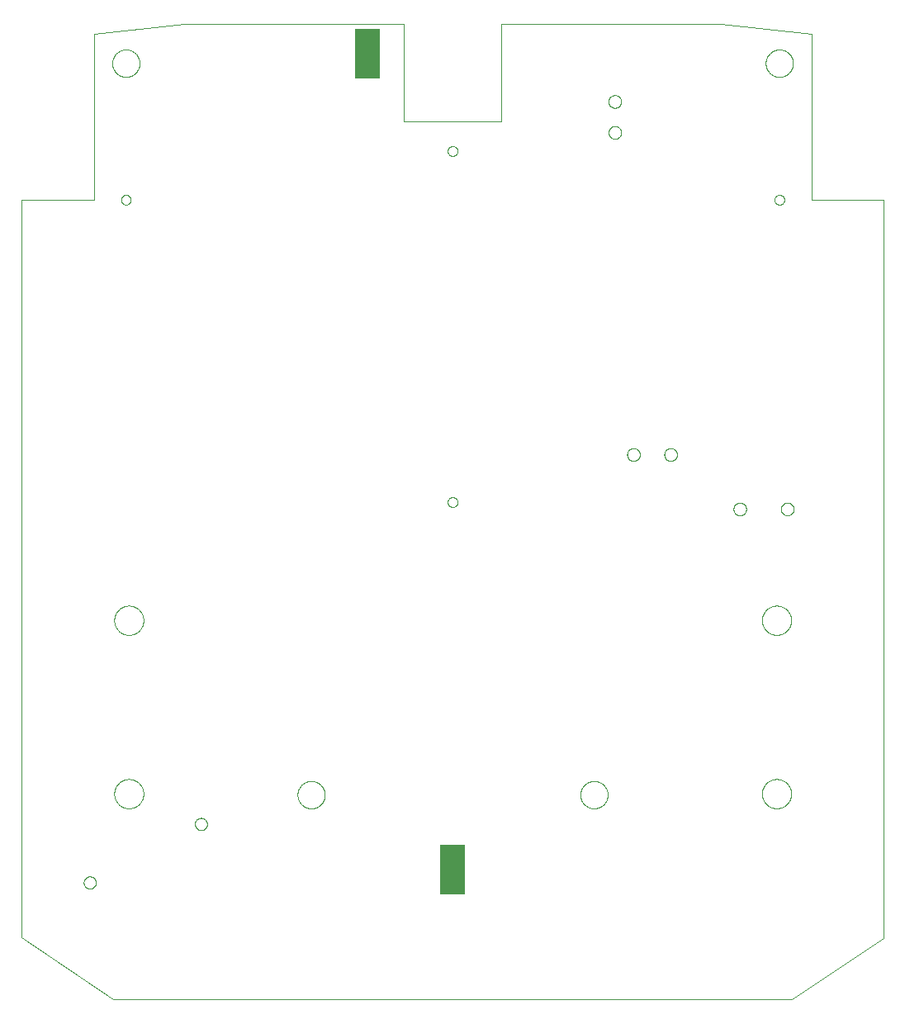
<source format=gbp>
G04 EAGLE Gerber RS-274X export*
G75*
%MOMM*%
%FSLAX34Y34*%
%LPD*%
%INSolder paste bottom*%
%IPPOS*%
%AMOC8*
5,1,8,0,0,1.08239X$1,22.5*%
G01*
%ADD10C,0.000000*%
%ADD11R,2.540000X5.080000*%


D10*
X33000Y63500D02*
X127000Y0D01*
X843000Y820000D02*
X917000Y820000D01*
X843000Y820000D02*
X843000Y990000D01*
X750000Y1000000D01*
X525000Y1000000D01*
X525000Y900000D01*
X425000Y900000D01*
X425000Y1000000D01*
X200000Y1000000D01*
X107000Y990000D01*
X107000Y820000D01*
X33000Y820000D01*
X127000Y0D02*
X823000Y0D01*
X917000Y63000D01*
X917000Y820000D01*
X33000Y820000D02*
X33000Y63500D01*
X135000Y820000D02*
X135002Y820141D01*
X135008Y820282D01*
X135018Y820422D01*
X135032Y820562D01*
X135050Y820702D01*
X135071Y820841D01*
X135097Y820980D01*
X135126Y821118D01*
X135160Y821254D01*
X135197Y821390D01*
X135238Y821525D01*
X135283Y821659D01*
X135332Y821791D01*
X135384Y821922D01*
X135440Y822051D01*
X135500Y822178D01*
X135563Y822304D01*
X135629Y822428D01*
X135700Y822551D01*
X135773Y822671D01*
X135850Y822789D01*
X135930Y822905D01*
X136014Y823018D01*
X136100Y823129D01*
X136190Y823238D01*
X136283Y823344D01*
X136378Y823447D01*
X136477Y823548D01*
X136578Y823646D01*
X136682Y823741D01*
X136789Y823833D01*
X136898Y823922D01*
X137010Y824007D01*
X137124Y824090D01*
X137240Y824170D01*
X137359Y824246D01*
X137480Y824318D01*
X137602Y824388D01*
X137727Y824453D01*
X137853Y824516D01*
X137981Y824574D01*
X138111Y824629D01*
X138242Y824681D01*
X138375Y824728D01*
X138509Y824772D01*
X138644Y824813D01*
X138780Y824849D01*
X138917Y824881D01*
X139055Y824910D01*
X139193Y824935D01*
X139333Y824955D01*
X139473Y824972D01*
X139613Y824985D01*
X139754Y824994D01*
X139894Y824999D01*
X140035Y825000D01*
X140176Y824997D01*
X140317Y824990D01*
X140457Y824979D01*
X140597Y824964D01*
X140737Y824945D01*
X140876Y824923D01*
X141014Y824896D01*
X141152Y824866D01*
X141288Y824831D01*
X141424Y824793D01*
X141558Y824751D01*
X141692Y824705D01*
X141824Y824656D01*
X141954Y824602D01*
X142083Y824545D01*
X142210Y824485D01*
X142336Y824421D01*
X142459Y824353D01*
X142581Y824282D01*
X142701Y824208D01*
X142818Y824130D01*
X142933Y824049D01*
X143046Y823965D01*
X143157Y823878D01*
X143265Y823787D01*
X143370Y823694D01*
X143473Y823597D01*
X143573Y823498D01*
X143670Y823396D01*
X143764Y823291D01*
X143855Y823184D01*
X143943Y823074D01*
X144028Y822962D01*
X144110Y822847D01*
X144189Y822730D01*
X144264Y822611D01*
X144336Y822490D01*
X144404Y822367D01*
X144469Y822242D01*
X144531Y822115D01*
X144588Y821986D01*
X144643Y821856D01*
X144693Y821725D01*
X144740Y821592D01*
X144783Y821458D01*
X144822Y821322D01*
X144857Y821186D01*
X144889Y821049D01*
X144916Y820911D01*
X144940Y820772D01*
X144960Y820632D01*
X144976Y820492D01*
X144988Y820352D01*
X144996Y820211D01*
X145000Y820070D01*
X145000Y819930D01*
X144996Y819789D01*
X144988Y819648D01*
X144976Y819508D01*
X144960Y819368D01*
X144940Y819228D01*
X144916Y819089D01*
X144889Y818951D01*
X144857Y818814D01*
X144822Y818678D01*
X144783Y818542D01*
X144740Y818408D01*
X144693Y818275D01*
X144643Y818144D01*
X144588Y818014D01*
X144531Y817885D01*
X144469Y817758D01*
X144404Y817633D01*
X144336Y817510D01*
X144264Y817389D01*
X144189Y817270D01*
X144110Y817153D01*
X144028Y817038D01*
X143943Y816926D01*
X143855Y816816D01*
X143764Y816709D01*
X143670Y816604D01*
X143573Y816502D01*
X143473Y816403D01*
X143370Y816306D01*
X143265Y816213D01*
X143157Y816122D01*
X143046Y816035D01*
X142933Y815951D01*
X142818Y815870D01*
X142701Y815792D01*
X142581Y815718D01*
X142459Y815647D01*
X142336Y815579D01*
X142210Y815515D01*
X142083Y815455D01*
X141954Y815398D01*
X141824Y815344D01*
X141692Y815295D01*
X141558Y815249D01*
X141424Y815207D01*
X141288Y815169D01*
X141152Y815134D01*
X141014Y815104D01*
X140876Y815077D01*
X140737Y815055D01*
X140597Y815036D01*
X140457Y815021D01*
X140317Y815010D01*
X140176Y815003D01*
X140035Y815000D01*
X139894Y815001D01*
X139754Y815006D01*
X139613Y815015D01*
X139473Y815028D01*
X139333Y815045D01*
X139193Y815065D01*
X139055Y815090D01*
X138917Y815119D01*
X138780Y815151D01*
X138644Y815187D01*
X138509Y815228D01*
X138375Y815272D01*
X138242Y815319D01*
X138111Y815371D01*
X137981Y815426D01*
X137853Y815484D01*
X137727Y815547D01*
X137602Y815612D01*
X137480Y815682D01*
X137359Y815754D01*
X137240Y815830D01*
X137124Y815910D01*
X137010Y815993D01*
X136898Y816078D01*
X136789Y816167D01*
X136682Y816259D01*
X136578Y816354D01*
X136477Y816452D01*
X136378Y816553D01*
X136283Y816656D01*
X136190Y816762D01*
X136100Y816871D01*
X136014Y816982D01*
X135930Y817095D01*
X135850Y817211D01*
X135773Y817329D01*
X135700Y817449D01*
X135629Y817572D01*
X135563Y817696D01*
X135500Y817822D01*
X135440Y817949D01*
X135384Y818078D01*
X135332Y818209D01*
X135283Y818341D01*
X135238Y818475D01*
X135197Y818610D01*
X135160Y818746D01*
X135126Y818882D01*
X135097Y819020D01*
X135071Y819159D01*
X135050Y819298D01*
X135032Y819438D01*
X135018Y819578D01*
X135008Y819718D01*
X135002Y819859D01*
X135000Y820000D01*
X470000Y510000D02*
X470002Y510141D01*
X470008Y510282D01*
X470018Y510422D01*
X470032Y510562D01*
X470050Y510702D01*
X470071Y510841D01*
X470097Y510980D01*
X470126Y511118D01*
X470160Y511254D01*
X470197Y511390D01*
X470238Y511525D01*
X470283Y511659D01*
X470332Y511791D01*
X470384Y511922D01*
X470440Y512051D01*
X470500Y512178D01*
X470563Y512304D01*
X470629Y512428D01*
X470700Y512551D01*
X470773Y512671D01*
X470850Y512789D01*
X470930Y512905D01*
X471014Y513018D01*
X471100Y513129D01*
X471190Y513238D01*
X471283Y513344D01*
X471378Y513447D01*
X471477Y513548D01*
X471578Y513646D01*
X471682Y513741D01*
X471789Y513833D01*
X471898Y513922D01*
X472010Y514007D01*
X472124Y514090D01*
X472240Y514170D01*
X472359Y514246D01*
X472480Y514318D01*
X472602Y514388D01*
X472727Y514453D01*
X472853Y514516D01*
X472981Y514574D01*
X473111Y514629D01*
X473242Y514681D01*
X473375Y514728D01*
X473509Y514772D01*
X473644Y514813D01*
X473780Y514849D01*
X473917Y514881D01*
X474055Y514910D01*
X474193Y514935D01*
X474333Y514955D01*
X474473Y514972D01*
X474613Y514985D01*
X474754Y514994D01*
X474894Y514999D01*
X475035Y515000D01*
X475176Y514997D01*
X475317Y514990D01*
X475457Y514979D01*
X475597Y514964D01*
X475737Y514945D01*
X475876Y514923D01*
X476014Y514896D01*
X476152Y514866D01*
X476288Y514831D01*
X476424Y514793D01*
X476558Y514751D01*
X476692Y514705D01*
X476824Y514656D01*
X476954Y514602D01*
X477083Y514545D01*
X477210Y514485D01*
X477336Y514421D01*
X477459Y514353D01*
X477581Y514282D01*
X477701Y514208D01*
X477818Y514130D01*
X477933Y514049D01*
X478046Y513965D01*
X478157Y513878D01*
X478265Y513787D01*
X478370Y513694D01*
X478473Y513597D01*
X478573Y513498D01*
X478670Y513396D01*
X478764Y513291D01*
X478855Y513184D01*
X478943Y513074D01*
X479028Y512962D01*
X479110Y512847D01*
X479189Y512730D01*
X479264Y512611D01*
X479336Y512490D01*
X479404Y512367D01*
X479469Y512242D01*
X479531Y512115D01*
X479588Y511986D01*
X479643Y511856D01*
X479693Y511725D01*
X479740Y511592D01*
X479783Y511458D01*
X479822Y511322D01*
X479857Y511186D01*
X479889Y511049D01*
X479916Y510911D01*
X479940Y510772D01*
X479960Y510632D01*
X479976Y510492D01*
X479988Y510352D01*
X479996Y510211D01*
X480000Y510070D01*
X480000Y509930D01*
X479996Y509789D01*
X479988Y509648D01*
X479976Y509508D01*
X479960Y509368D01*
X479940Y509228D01*
X479916Y509089D01*
X479889Y508951D01*
X479857Y508814D01*
X479822Y508678D01*
X479783Y508542D01*
X479740Y508408D01*
X479693Y508275D01*
X479643Y508144D01*
X479588Y508014D01*
X479531Y507885D01*
X479469Y507758D01*
X479404Y507633D01*
X479336Y507510D01*
X479264Y507389D01*
X479189Y507270D01*
X479110Y507153D01*
X479028Y507038D01*
X478943Y506926D01*
X478855Y506816D01*
X478764Y506709D01*
X478670Y506604D01*
X478573Y506502D01*
X478473Y506403D01*
X478370Y506306D01*
X478265Y506213D01*
X478157Y506122D01*
X478046Y506035D01*
X477933Y505951D01*
X477818Y505870D01*
X477701Y505792D01*
X477581Y505718D01*
X477459Y505647D01*
X477336Y505579D01*
X477210Y505515D01*
X477083Y505455D01*
X476954Y505398D01*
X476824Y505344D01*
X476692Y505295D01*
X476558Y505249D01*
X476424Y505207D01*
X476288Y505169D01*
X476152Y505134D01*
X476014Y505104D01*
X475876Y505077D01*
X475737Y505055D01*
X475597Y505036D01*
X475457Y505021D01*
X475317Y505010D01*
X475176Y505003D01*
X475035Y505000D01*
X474894Y505001D01*
X474754Y505006D01*
X474613Y505015D01*
X474473Y505028D01*
X474333Y505045D01*
X474193Y505065D01*
X474055Y505090D01*
X473917Y505119D01*
X473780Y505151D01*
X473644Y505187D01*
X473509Y505228D01*
X473375Y505272D01*
X473242Y505319D01*
X473111Y505371D01*
X472981Y505426D01*
X472853Y505484D01*
X472727Y505547D01*
X472602Y505612D01*
X472480Y505682D01*
X472359Y505754D01*
X472240Y505830D01*
X472124Y505910D01*
X472010Y505993D01*
X471898Y506078D01*
X471789Y506167D01*
X471682Y506259D01*
X471578Y506354D01*
X471477Y506452D01*
X471378Y506553D01*
X471283Y506656D01*
X471190Y506762D01*
X471100Y506871D01*
X471014Y506982D01*
X470930Y507095D01*
X470850Y507211D01*
X470773Y507329D01*
X470700Y507449D01*
X470629Y507572D01*
X470563Y507696D01*
X470500Y507822D01*
X470440Y507949D01*
X470384Y508078D01*
X470332Y508209D01*
X470283Y508341D01*
X470238Y508475D01*
X470197Y508610D01*
X470160Y508746D01*
X470126Y508882D01*
X470097Y509020D01*
X470071Y509159D01*
X470050Y509298D01*
X470032Y509438D01*
X470018Y509578D01*
X470008Y509718D01*
X470002Y509859D01*
X470000Y510000D01*
X805000Y820000D02*
X805002Y820141D01*
X805008Y820282D01*
X805018Y820422D01*
X805032Y820562D01*
X805050Y820702D01*
X805071Y820841D01*
X805097Y820980D01*
X805126Y821118D01*
X805160Y821254D01*
X805197Y821390D01*
X805238Y821525D01*
X805283Y821659D01*
X805332Y821791D01*
X805384Y821922D01*
X805440Y822051D01*
X805500Y822178D01*
X805563Y822304D01*
X805629Y822428D01*
X805700Y822551D01*
X805773Y822671D01*
X805850Y822789D01*
X805930Y822905D01*
X806014Y823018D01*
X806100Y823129D01*
X806190Y823238D01*
X806283Y823344D01*
X806378Y823447D01*
X806477Y823548D01*
X806578Y823646D01*
X806682Y823741D01*
X806789Y823833D01*
X806898Y823922D01*
X807010Y824007D01*
X807124Y824090D01*
X807240Y824170D01*
X807359Y824246D01*
X807480Y824318D01*
X807602Y824388D01*
X807727Y824453D01*
X807853Y824516D01*
X807981Y824574D01*
X808111Y824629D01*
X808242Y824681D01*
X808375Y824728D01*
X808509Y824772D01*
X808644Y824813D01*
X808780Y824849D01*
X808917Y824881D01*
X809055Y824910D01*
X809193Y824935D01*
X809333Y824955D01*
X809473Y824972D01*
X809613Y824985D01*
X809754Y824994D01*
X809894Y824999D01*
X810035Y825000D01*
X810176Y824997D01*
X810317Y824990D01*
X810457Y824979D01*
X810597Y824964D01*
X810737Y824945D01*
X810876Y824923D01*
X811014Y824896D01*
X811152Y824866D01*
X811288Y824831D01*
X811424Y824793D01*
X811558Y824751D01*
X811692Y824705D01*
X811824Y824656D01*
X811954Y824602D01*
X812083Y824545D01*
X812210Y824485D01*
X812336Y824421D01*
X812459Y824353D01*
X812581Y824282D01*
X812701Y824208D01*
X812818Y824130D01*
X812933Y824049D01*
X813046Y823965D01*
X813157Y823878D01*
X813265Y823787D01*
X813370Y823694D01*
X813473Y823597D01*
X813573Y823498D01*
X813670Y823396D01*
X813764Y823291D01*
X813855Y823184D01*
X813943Y823074D01*
X814028Y822962D01*
X814110Y822847D01*
X814189Y822730D01*
X814264Y822611D01*
X814336Y822490D01*
X814404Y822367D01*
X814469Y822242D01*
X814531Y822115D01*
X814588Y821986D01*
X814643Y821856D01*
X814693Y821725D01*
X814740Y821592D01*
X814783Y821458D01*
X814822Y821322D01*
X814857Y821186D01*
X814889Y821049D01*
X814916Y820911D01*
X814940Y820772D01*
X814960Y820632D01*
X814976Y820492D01*
X814988Y820352D01*
X814996Y820211D01*
X815000Y820070D01*
X815000Y819930D01*
X814996Y819789D01*
X814988Y819648D01*
X814976Y819508D01*
X814960Y819368D01*
X814940Y819228D01*
X814916Y819089D01*
X814889Y818951D01*
X814857Y818814D01*
X814822Y818678D01*
X814783Y818542D01*
X814740Y818408D01*
X814693Y818275D01*
X814643Y818144D01*
X814588Y818014D01*
X814531Y817885D01*
X814469Y817758D01*
X814404Y817633D01*
X814336Y817510D01*
X814264Y817389D01*
X814189Y817270D01*
X814110Y817153D01*
X814028Y817038D01*
X813943Y816926D01*
X813855Y816816D01*
X813764Y816709D01*
X813670Y816604D01*
X813573Y816502D01*
X813473Y816403D01*
X813370Y816306D01*
X813265Y816213D01*
X813157Y816122D01*
X813046Y816035D01*
X812933Y815951D01*
X812818Y815870D01*
X812701Y815792D01*
X812581Y815718D01*
X812459Y815647D01*
X812336Y815579D01*
X812210Y815515D01*
X812083Y815455D01*
X811954Y815398D01*
X811824Y815344D01*
X811692Y815295D01*
X811558Y815249D01*
X811424Y815207D01*
X811288Y815169D01*
X811152Y815134D01*
X811014Y815104D01*
X810876Y815077D01*
X810737Y815055D01*
X810597Y815036D01*
X810457Y815021D01*
X810317Y815010D01*
X810176Y815003D01*
X810035Y815000D01*
X809894Y815001D01*
X809754Y815006D01*
X809613Y815015D01*
X809473Y815028D01*
X809333Y815045D01*
X809193Y815065D01*
X809055Y815090D01*
X808917Y815119D01*
X808780Y815151D01*
X808644Y815187D01*
X808509Y815228D01*
X808375Y815272D01*
X808242Y815319D01*
X808111Y815371D01*
X807981Y815426D01*
X807853Y815484D01*
X807727Y815547D01*
X807602Y815612D01*
X807480Y815682D01*
X807359Y815754D01*
X807240Y815830D01*
X807124Y815910D01*
X807010Y815993D01*
X806898Y816078D01*
X806789Y816167D01*
X806682Y816259D01*
X806578Y816354D01*
X806477Y816452D01*
X806378Y816553D01*
X806283Y816656D01*
X806190Y816762D01*
X806100Y816871D01*
X806014Y816982D01*
X805930Y817095D01*
X805850Y817211D01*
X805773Y817329D01*
X805700Y817449D01*
X805629Y817572D01*
X805563Y817696D01*
X805500Y817822D01*
X805440Y817949D01*
X805384Y818078D01*
X805332Y818209D01*
X805283Y818341D01*
X805238Y818475D01*
X805197Y818610D01*
X805160Y818746D01*
X805126Y818882D01*
X805097Y819020D01*
X805071Y819159D01*
X805050Y819298D01*
X805032Y819438D01*
X805018Y819578D01*
X805008Y819718D01*
X805002Y819859D01*
X805000Y820000D01*
X470000Y870000D02*
X470002Y870141D01*
X470008Y870282D01*
X470018Y870422D01*
X470032Y870562D01*
X470050Y870702D01*
X470071Y870841D01*
X470097Y870980D01*
X470126Y871118D01*
X470160Y871254D01*
X470197Y871390D01*
X470238Y871525D01*
X470283Y871659D01*
X470332Y871791D01*
X470384Y871922D01*
X470440Y872051D01*
X470500Y872178D01*
X470563Y872304D01*
X470629Y872428D01*
X470700Y872551D01*
X470773Y872671D01*
X470850Y872789D01*
X470930Y872905D01*
X471014Y873018D01*
X471100Y873129D01*
X471190Y873238D01*
X471283Y873344D01*
X471378Y873447D01*
X471477Y873548D01*
X471578Y873646D01*
X471682Y873741D01*
X471789Y873833D01*
X471898Y873922D01*
X472010Y874007D01*
X472124Y874090D01*
X472240Y874170D01*
X472359Y874246D01*
X472480Y874318D01*
X472602Y874388D01*
X472727Y874453D01*
X472853Y874516D01*
X472981Y874574D01*
X473111Y874629D01*
X473242Y874681D01*
X473375Y874728D01*
X473509Y874772D01*
X473644Y874813D01*
X473780Y874849D01*
X473917Y874881D01*
X474055Y874910D01*
X474193Y874935D01*
X474333Y874955D01*
X474473Y874972D01*
X474613Y874985D01*
X474754Y874994D01*
X474894Y874999D01*
X475035Y875000D01*
X475176Y874997D01*
X475317Y874990D01*
X475457Y874979D01*
X475597Y874964D01*
X475737Y874945D01*
X475876Y874923D01*
X476014Y874896D01*
X476152Y874866D01*
X476288Y874831D01*
X476424Y874793D01*
X476558Y874751D01*
X476692Y874705D01*
X476824Y874656D01*
X476954Y874602D01*
X477083Y874545D01*
X477210Y874485D01*
X477336Y874421D01*
X477459Y874353D01*
X477581Y874282D01*
X477701Y874208D01*
X477818Y874130D01*
X477933Y874049D01*
X478046Y873965D01*
X478157Y873878D01*
X478265Y873787D01*
X478370Y873694D01*
X478473Y873597D01*
X478573Y873498D01*
X478670Y873396D01*
X478764Y873291D01*
X478855Y873184D01*
X478943Y873074D01*
X479028Y872962D01*
X479110Y872847D01*
X479189Y872730D01*
X479264Y872611D01*
X479336Y872490D01*
X479404Y872367D01*
X479469Y872242D01*
X479531Y872115D01*
X479588Y871986D01*
X479643Y871856D01*
X479693Y871725D01*
X479740Y871592D01*
X479783Y871458D01*
X479822Y871322D01*
X479857Y871186D01*
X479889Y871049D01*
X479916Y870911D01*
X479940Y870772D01*
X479960Y870632D01*
X479976Y870492D01*
X479988Y870352D01*
X479996Y870211D01*
X480000Y870070D01*
X480000Y869930D01*
X479996Y869789D01*
X479988Y869648D01*
X479976Y869508D01*
X479960Y869368D01*
X479940Y869228D01*
X479916Y869089D01*
X479889Y868951D01*
X479857Y868814D01*
X479822Y868678D01*
X479783Y868542D01*
X479740Y868408D01*
X479693Y868275D01*
X479643Y868144D01*
X479588Y868014D01*
X479531Y867885D01*
X479469Y867758D01*
X479404Y867633D01*
X479336Y867510D01*
X479264Y867389D01*
X479189Y867270D01*
X479110Y867153D01*
X479028Y867038D01*
X478943Y866926D01*
X478855Y866816D01*
X478764Y866709D01*
X478670Y866604D01*
X478573Y866502D01*
X478473Y866403D01*
X478370Y866306D01*
X478265Y866213D01*
X478157Y866122D01*
X478046Y866035D01*
X477933Y865951D01*
X477818Y865870D01*
X477701Y865792D01*
X477581Y865718D01*
X477459Y865647D01*
X477336Y865579D01*
X477210Y865515D01*
X477083Y865455D01*
X476954Y865398D01*
X476824Y865344D01*
X476692Y865295D01*
X476558Y865249D01*
X476424Y865207D01*
X476288Y865169D01*
X476152Y865134D01*
X476014Y865104D01*
X475876Y865077D01*
X475737Y865055D01*
X475597Y865036D01*
X475457Y865021D01*
X475317Y865010D01*
X475176Y865003D01*
X475035Y865000D01*
X474894Y865001D01*
X474754Y865006D01*
X474613Y865015D01*
X474473Y865028D01*
X474333Y865045D01*
X474193Y865065D01*
X474055Y865090D01*
X473917Y865119D01*
X473780Y865151D01*
X473644Y865187D01*
X473509Y865228D01*
X473375Y865272D01*
X473242Y865319D01*
X473111Y865371D01*
X472981Y865426D01*
X472853Y865484D01*
X472727Y865547D01*
X472602Y865612D01*
X472480Y865682D01*
X472359Y865754D01*
X472240Y865830D01*
X472124Y865910D01*
X472010Y865993D01*
X471898Y866078D01*
X471789Y866167D01*
X471682Y866259D01*
X471578Y866354D01*
X471477Y866452D01*
X471378Y866553D01*
X471283Y866656D01*
X471190Y866762D01*
X471100Y866871D01*
X471014Y866982D01*
X470930Y867095D01*
X470850Y867211D01*
X470773Y867329D01*
X470700Y867449D01*
X470629Y867572D01*
X470563Y867696D01*
X470500Y867822D01*
X470440Y867949D01*
X470384Y868078D01*
X470332Y868209D01*
X470283Y868341D01*
X470238Y868475D01*
X470197Y868610D01*
X470160Y868746D01*
X470126Y868882D01*
X470097Y869020D01*
X470071Y869159D01*
X470050Y869298D01*
X470032Y869438D01*
X470018Y869578D01*
X470008Y869718D01*
X470002Y869859D01*
X470000Y870000D01*
X128000Y211100D02*
X128005Y211468D01*
X128018Y211836D01*
X128041Y212203D01*
X128072Y212570D01*
X128113Y212936D01*
X128162Y213301D01*
X128221Y213664D01*
X128288Y214026D01*
X128364Y214387D01*
X128450Y214745D01*
X128543Y215101D01*
X128646Y215454D01*
X128757Y215805D01*
X128877Y216153D01*
X129005Y216498D01*
X129142Y216840D01*
X129287Y217179D01*
X129440Y217513D01*
X129602Y217844D01*
X129771Y218171D01*
X129949Y218493D01*
X130134Y218812D01*
X130327Y219125D01*
X130528Y219434D01*
X130736Y219737D01*
X130952Y220035D01*
X131175Y220328D01*
X131405Y220616D01*
X131642Y220898D01*
X131886Y221173D01*
X132136Y221443D01*
X132393Y221707D01*
X132657Y221964D01*
X132927Y222214D01*
X133202Y222458D01*
X133484Y222695D01*
X133772Y222925D01*
X134065Y223148D01*
X134363Y223364D01*
X134666Y223572D01*
X134975Y223773D01*
X135288Y223966D01*
X135607Y224151D01*
X135929Y224329D01*
X136256Y224498D01*
X136587Y224660D01*
X136921Y224813D01*
X137260Y224958D01*
X137602Y225095D01*
X137947Y225223D01*
X138295Y225343D01*
X138646Y225454D01*
X138999Y225557D01*
X139355Y225650D01*
X139713Y225736D01*
X140074Y225812D01*
X140436Y225879D01*
X140799Y225938D01*
X141164Y225987D01*
X141530Y226028D01*
X141897Y226059D01*
X142264Y226082D01*
X142632Y226095D01*
X143000Y226100D01*
X143368Y226095D01*
X143736Y226082D01*
X144103Y226059D01*
X144470Y226028D01*
X144836Y225987D01*
X145201Y225938D01*
X145564Y225879D01*
X145926Y225812D01*
X146287Y225736D01*
X146645Y225650D01*
X147001Y225557D01*
X147354Y225454D01*
X147705Y225343D01*
X148053Y225223D01*
X148398Y225095D01*
X148740Y224958D01*
X149079Y224813D01*
X149413Y224660D01*
X149744Y224498D01*
X150071Y224329D01*
X150393Y224151D01*
X150712Y223966D01*
X151025Y223773D01*
X151334Y223572D01*
X151637Y223364D01*
X151935Y223148D01*
X152228Y222925D01*
X152516Y222695D01*
X152798Y222458D01*
X153073Y222214D01*
X153343Y221964D01*
X153607Y221707D01*
X153864Y221443D01*
X154114Y221173D01*
X154358Y220898D01*
X154595Y220616D01*
X154825Y220328D01*
X155048Y220035D01*
X155264Y219737D01*
X155472Y219434D01*
X155673Y219125D01*
X155866Y218812D01*
X156051Y218493D01*
X156229Y218171D01*
X156398Y217844D01*
X156560Y217513D01*
X156713Y217179D01*
X156858Y216840D01*
X156995Y216498D01*
X157123Y216153D01*
X157243Y215805D01*
X157354Y215454D01*
X157457Y215101D01*
X157550Y214745D01*
X157636Y214387D01*
X157712Y214026D01*
X157779Y213664D01*
X157838Y213301D01*
X157887Y212936D01*
X157928Y212570D01*
X157959Y212203D01*
X157982Y211836D01*
X157995Y211468D01*
X158000Y211100D01*
X157995Y210732D01*
X157982Y210364D01*
X157959Y209997D01*
X157928Y209630D01*
X157887Y209264D01*
X157838Y208899D01*
X157779Y208536D01*
X157712Y208174D01*
X157636Y207813D01*
X157550Y207455D01*
X157457Y207099D01*
X157354Y206746D01*
X157243Y206395D01*
X157123Y206047D01*
X156995Y205702D01*
X156858Y205360D01*
X156713Y205021D01*
X156560Y204687D01*
X156398Y204356D01*
X156229Y204029D01*
X156051Y203707D01*
X155866Y203388D01*
X155673Y203075D01*
X155472Y202766D01*
X155264Y202463D01*
X155048Y202165D01*
X154825Y201872D01*
X154595Y201584D01*
X154358Y201302D01*
X154114Y201027D01*
X153864Y200757D01*
X153607Y200493D01*
X153343Y200236D01*
X153073Y199986D01*
X152798Y199742D01*
X152516Y199505D01*
X152228Y199275D01*
X151935Y199052D01*
X151637Y198836D01*
X151334Y198628D01*
X151025Y198427D01*
X150712Y198234D01*
X150393Y198049D01*
X150071Y197871D01*
X149744Y197702D01*
X149413Y197540D01*
X149079Y197387D01*
X148740Y197242D01*
X148398Y197105D01*
X148053Y196977D01*
X147705Y196857D01*
X147354Y196746D01*
X147001Y196643D01*
X146645Y196550D01*
X146287Y196464D01*
X145926Y196388D01*
X145564Y196321D01*
X145201Y196262D01*
X144836Y196213D01*
X144470Y196172D01*
X144103Y196141D01*
X143736Y196118D01*
X143368Y196105D01*
X143000Y196100D01*
X142632Y196105D01*
X142264Y196118D01*
X141897Y196141D01*
X141530Y196172D01*
X141164Y196213D01*
X140799Y196262D01*
X140436Y196321D01*
X140074Y196388D01*
X139713Y196464D01*
X139355Y196550D01*
X138999Y196643D01*
X138646Y196746D01*
X138295Y196857D01*
X137947Y196977D01*
X137602Y197105D01*
X137260Y197242D01*
X136921Y197387D01*
X136587Y197540D01*
X136256Y197702D01*
X135929Y197871D01*
X135607Y198049D01*
X135288Y198234D01*
X134975Y198427D01*
X134666Y198628D01*
X134363Y198836D01*
X134065Y199052D01*
X133772Y199275D01*
X133484Y199505D01*
X133202Y199742D01*
X132927Y199986D01*
X132657Y200236D01*
X132393Y200493D01*
X132136Y200757D01*
X131886Y201027D01*
X131642Y201302D01*
X131405Y201584D01*
X131175Y201872D01*
X130952Y202165D01*
X130736Y202463D01*
X130528Y202766D01*
X130327Y203075D01*
X130134Y203388D01*
X129949Y203707D01*
X129771Y204029D01*
X129602Y204356D01*
X129440Y204687D01*
X129287Y205021D01*
X129142Y205360D01*
X129005Y205702D01*
X128877Y206047D01*
X128757Y206395D01*
X128646Y206746D01*
X128543Y207099D01*
X128450Y207455D01*
X128364Y207813D01*
X128288Y208174D01*
X128221Y208536D01*
X128162Y208899D01*
X128113Y209264D01*
X128072Y209630D01*
X128041Y209997D01*
X128018Y210364D01*
X128005Y210732D01*
X128000Y211100D01*
X128000Y388900D02*
X128005Y389268D01*
X128018Y389636D01*
X128041Y390003D01*
X128072Y390370D01*
X128113Y390736D01*
X128162Y391101D01*
X128221Y391464D01*
X128288Y391826D01*
X128364Y392187D01*
X128450Y392545D01*
X128543Y392901D01*
X128646Y393254D01*
X128757Y393605D01*
X128877Y393953D01*
X129005Y394298D01*
X129142Y394640D01*
X129287Y394979D01*
X129440Y395313D01*
X129602Y395644D01*
X129771Y395971D01*
X129949Y396293D01*
X130134Y396612D01*
X130327Y396925D01*
X130528Y397234D01*
X130736Y397537D01*
X130952Y397835D01*
X131175Y398128D01*
X131405Y398416D01*
X131642Y398698D01*
X131886Y398973D01*
X132136Y399243D01*
X132393Y399507D01*
X132657Y399764D01*
X132927Y400014D01*
X133202Y400258D01*
X133484Y400495D01*
X133772Y400725D01*
X134065Y400948D01*
X134363Y401164D01*
X134666Y401372D01*
X134975Y401573D01*
X135288Y401766D01*
X135607Y401951D01*
X135929Y402129D01*
X136256Y402298D01*
X136587Y402460D01*
X136921Y402613D01*
X137260Y402758D01*
X137602Y402895D01*
X137947Y403023D01*
X138295Y403143D01*
X138646Y403254D01*
X138999Y403357D01*
X139355Y403450D01*
X139713Y403536D01*
X140074Y403612D01*
X140436Y403679D01*
X140799Y403738D01*
X141164Y403787D01*
X141530Y403828D01*
X141897Y403859D01*
X142264Y403882D01*
X142632Y403895D01*
X143000Y403900D01*
X143368Y403895D01*
X143736Y403882D01*
X144103Y403859D01*
X144470Y403828D01*
X144836Y403787D01*
X145201Y403738D01*
X145564Y403679D01*
X145926Y403612D01*
X146287Y403536D01*
X146645Y403450D01*
X147001Y403357D01*
X147354Y403254D01*
X147705Y403143D01*
X148053Y403023D01*
X148398Y402895D01*
X148740Y402758D01*
X149079Y402613D01*
X149413Y402460D01*
X149744Y402298D01*
X150071Y402129D01*
X150393Y401951D01*
X150712Y401766D01*
X151025Y401573D01*
X151334Y401372D01*
X151637Y401164D01*
X151935Y400948D01*
X152228Y400725D01*
X152516Y400495D01*
X152798Y400258D01*
X153073Y400014D01*
X153343Y399764D01*
X153607Y399507D01*
X153864Y399243D01*
X154114Y398973D01*
X154358Y398698D01*
X154595Y398416D01*
X154825Y398128D01*
X155048Y397835D01*
X155264Y397537D01*
X155472Y397234D01*
X155673Y396925D01*
X155866Y396612D01*
X156051Y396293D01*
X156229Y395971D01*
X156398Y395644D01*
X156560Y395313D01*
X156713Y394979D01*
X156858Y394640D01*
X156995Y394298D01*
X157123Y393953D01*
X157243Y393605D01*
X157354Y393254D01*
X157457Y392901D01*
X157550Y392545D01*
X157636Y392187D01*
X157712Y391826D01*
X157779Y391464D01*
X157838Y391101D01*
X157887Y390736D01*
X157928Y390370D01*
X157959Y390003D01*
X157982Y389636D01*
X157995Y389268D01*
X158000Y388900D01*
X157995Y388532D01*
X157982Y388164D01*
X157959Y387797D01*
X157928Y387430D01*
X157887Y387064D01*
X157838Y386699D01*
X157779Y386336D01*
X157712Y385974D01*
X157636Y385613D01*
X157550Y385255D01*
X157457Y384899D01*
X157354Y384546D01*
X157243Y384195D01*
X157123Y383847D01*
X156995Y383502D01*
X156858Y383160D01*
X156713Y382821D01*
X156560Y382487D01*
X156398Y382156D01*
X156229Y381829D01*
X156051Y381507D01*
X155866Y381188D01*
X155673Y380875D01*
X155472Y380566D01*
X155264Y380263D01*
X155048Y379965D01*
X154825Y379672D01*
X154595Y379384D01*
X154358Y379102D01*
X154114Y378827D01*
X153864Y378557D01*
X153607Y378293D01*
X153343Y378036D01*
X153073Y377786D01*
X152798Y377542D01*
X152516Y377305D01*
X152228Y377075D01*
X151935Y376852D01*
X151637Y376636D01*
X151334Y376428D01*
X151025Y376227D01*
X150712Y376034D01*
X150393Y375849D01*
X150071Y375671D01*
X149744Y375502D01*
X149413Y375340D01*
X149079Y375187D01*
X148740Y375042D01*
X148398Y374905D01*
X148053Y374777D01*
X147705Y374657D01*
X147354Y374546D01*
X147001Y374443D01*
X146645Y374350D01*
X146287Y374264D01*
X145926Y374188D01*
X145564Y374121D01*
X145201Y374062D01*
X144836Y374013D01*
X144470Y373972D01*
X144103Y373941D01*
X143736Y373918D01*
X143368Y373905D01*
X143000Y373900D01*
X142632Y373905D01*
X142264Y373918D01*
X141897Y373941D01*
X141530Y373972D01*
X141164Y374013D01*
X140799Y374062D01*
X140436Y374121D01*
X140074Y374188D01*
X139713Y374264D01*
X139355Y374350D01*
X138999Y374443D01*
X138646Y374546D01*
X138295Y374657D01*
X137947Y374777D01*
X137602Y374905D01*
X137260Y375042D01*
X136921Y375187D01*
X136587Y375340D01*
X136256Y375502D01*
X135929Y375671D01*
X135607Y375849D01*
X135288Y376034D01*
X134975Y376227D01*
X134666Y376428D01*
X134363Y376636D01*
X134065Y376852D01*
X133772Y377075D01*
X133484Y377305D01*
X133202Y377542D01*
X132927Y377786D01*
X132657Y378036D01*
X132393Y378293D01*
X132136Y378557D01*
X131886Y378827D01*
X131642Y379102D01*
X131405Y379384D01*
X131175Y379672D01*
X130952Y379965D01*
X130736Y380263D01*
X130528Y380566D01*
X130327Y380875D01*
X130134Y381188D01*
X129949Y381507D01*
X129771Y381829D01*
X129602Y382156D01*
X129440Y382487D01*
X129287Y382821D01*
X129142Y383160D01*
X129005Y383502D01*
X128877Y383847D01*
X128757Y384195D01*
X128646Y384546D01*
X128543Y384899D01*
X128450Y385255D01*
X128364Y385613D01*
X128288Y385974D01*
X128221Y386336D01*
X128162Y386699D01*
X128113Y387064D01*
X128072Y387430D01*
X128041Y387797D01*
X128018Y388164D01*
X128005Y388532D01*
X128000Y388900D01*
X792200Y388900D02*
X792205Y389268D01*
X792218Y389636D01*
X792241Y390003D01*
X792272Y390370D01*
X792313Y390736D01*
X792362Y391101D01*
X792421Y391464D01*
X792488Y391826D01*
X792564Y392187D01*
X792650Y392545D01*
X792743Y392901D01*
X792846Y393254D01*
X792957Y393605D01*
X793077Y393953D01*
X793205Y394298D01*
X793342Y394640D01*
X793487Y394979D01*
X793640Y395313D01*
X793802Y395644D01*
X793971Y395971D01*
X794149Y396293D01*
X794334Y396612D01*
X794527Y396925D01*
X794728Y397234D01*
X794936Y397537D01*
X795152Y397835D01*
X795375Y398128D01*
X795605Y398416D01*
X795842Y398698D01*
X796086Y398973D01*
X796336Y399243D01*
X796593Y399507D01*
X796857Y399764D01*
X797127Y400014D01*
X797402Y400258D01*
X797684Y400495D01*
X797972Y400725D01*
X798265Y400948D01*
X798563Y401164D01*
X798866Y401372D01*
X799175Y401573D01*
X799488Y401766D01*
X799807Y401951D01*
X800129Y402129D01*
X800456Y402298D01*
X800787Y402460D01*
X801121Y402613D01*
X801460Y402758D01*
X801802Y402895D01*
X802147Y403023D01*
X802495Y403143D01*
X802846Y403254D01*
X803199Y403357D01*
X803555Y403450D01*
X803913Y403536D01*
X804274Y403612D01*
X804636Y403679D01*
X804999Y403738D01*
X805364Y403787D01*
X805730Y403828D01*
X806097Y403859D01*
X806464Y403882D01*
X806832Y403895D01*
X807200Y403900D01*
X807568Y403895D01*
X807936Y403882D01*
X808303Y403859D01*
X808670Y403828D01*
X809036Y403787D01*
X809401Y403738D01*
X809764Y403679D01*
X810126Y403612D01*
X810487Y403536D01*
X810845Y403450D01*
X811201Y403357D01*
X811554Y403254D01*
X811905Y403143D01*
X812253Y403023D01*
X812598Y402895D01*
X812940Y402758D01*
X813279Y402613D01*
X813613Y402460D01*
X813944Y402298D01*
X814271Y402129D01*
X814593Y401951D01*
X814912Y401766D01*
X815225Y401573D01*
X815534Y401372D01*
X815837Y401164D01*
X816135Y400948D01*
X816428Y400725D01*
X816716Y400495D01*
X816998Y400258D01*
X817273Y400014D01*
X817543Y399764D01*
X817807Y399507D01*
X818064Y399243D01*
X818314Y398973D01*
X818558Y398698D01*
X818795Y398416D01*
X819025Y398128D01*
X819248Y397835D01*
X819464Y397537D01*
X819672Y397234D01*
X819873Y396925D01*
X820066Y396612D01*
X820251Y396293D01*
X820429Y395971D01*
X820598Y395644D01*
X820760Y395313D01*
X820913Y394979D01*
X821058Y394640D01*
X821195Y394298D01*
X821323Y393953D01*
X821443Y393605D01*
X821554Y393254D01*
X821657Y392901D01*
X821750Y392545D01*
X821836Y392187D01*
X821912Y391826D01*
X821979Y391464D01*
X822038Y391101D01*
X822087Y390736D01*
X822128Y390370D01*
X822159Y390003D01*
X822182Y389636D01*
X822195Y389268D01*
X822200Y388900D01*
X822195Y388532D01*
X822182Y388164D01*
X822159Y387797D01*
X822128Y387430D01*
X822087Y387064D01*
X822038Y386699D01*
X821979Y386336D01*
X821912Y385974D01*
X821836Y385613D01*
X821750Y385255D01*
X821657Y384899D01*
X821554Y384546D01*
X821443Y384195D01*
X821323Y383847D01*
X821195Y383502D01*
X821058Y383160D01*
X820913Y382821D01*
X820760Y382487D01*
X820598Y382156D01*
X820429Y381829D01*
X820251Y381507D01*
X820066Y381188D01*
X819873Y380875D01*
X819672Y380566D01*
X819464Y380263D01*
X819248Y379965D01*
X819025Y379672D01*
X818795Y379384D01*
X818558Y379102D01*
X818314Y378827D01*
X818064Y378557D01*
X817807Y378293D01*
X817543Y378036D01*
X817273Y377786D01*
X816998Y377542D01*
X816716Y377305D01*
X816428Y377075D01*
X816135Y376852D01*
X815837Y376636D01*
X815534Y376428D01*
X815225Y376227D01*
X814912Y376034D01*
X814593Y375849D01*
X814271Y375671D01*
X813944Y375502D01*
X813613Y375340D01*
X813279Y375187D01*
X812940Y375042D01*
X812598Y374905D01*
X812253Y374777D01*
X811905Y374657D01*
X811554Y374546D01*
X811201Y374443D01*
X810845Y374350D01*
X810487Y374264D01*
X810126Y374188D01*
X809764Y374121D01*
X809401Y374062D01*
X809036Y374013D01*
X808670Y373972D01*
X808303Y373941D01*
X807936Y373918D01*
X807568Y373905D01*
X807200Y373900D01*
X806832Y373905D01*
X806464Y373918D01*
X806097Y373941D01*
X805730Y373972D01*
X805364Y374013D01*
X804999Y374062D01*
X804636Y374121D01*
X804274Y374188D01*
X803913Y374264D01*
X803555Y374350D01*
X803199Y374443D01*
X802846Y374546D01*
X802495Y374657D01*
X802147Y374777D01*
X801802Y374905D01*
X801460Y375042D01*
X801121Y375187D01*
X800787Y375340D01*
X800456Y375502D01*
X800129Y375671D01*
X799807Y375849D01*
X799488Y376034D01*
X799175Y376227D01*
X798866Y376428D01*
X798563Y376636D01*
X798265Y376852D01*
X797972Y377075D01*
X797684Y377305D01*
X797402Y377542D01*
X797127Y377786D01*
X796857Y378036D01*
X796593Y378293D01*
X796336Y378557D01*
X796086Y378827D01*
X795842Y379102D01*
X795605Y379384D01*
X795375Y379672D01*
X795152Y379965D01*
X794936Y380263D01*
X794728Y380566D01*
X794527Y380875D01*
X794334Y381188D01*
X794149Y381507D01*
X793971Y381829D01*
X793802Y382156D01*
X793640Y382487D01*
X793487Y382821D01*
X793342Y383160D01*
X793205Y383502D01*
X793077Y383847D01*
X792957Y384195D01*
X792846Y384546D01*
X792743Y384899D01*
X792650Y385255D01*
X792564Y385613D01*
X792488Y385974D01*
X792421Y386336D01*
X792362Y386699D01*
X792313Y387064D01*
X792272Y387430D01*
X792241Y387797D01*
X792218Y388164D01*
X792205Y388532D01*
X792200Y388900D01*
X792200Y211100D02*
X792205Y211468D01*
X792218Y211836D01*
X792241Y212203D01*
X792272Y212570D01*
X792313Y212936D01*
X792362Y213301D01*
X792421Y213664D01*
X792488Y214026D01*
X792564Y214387D01*
X792650Y214745D01*
X792743Y215101D01*
X792846Y215454D01*
X792957Y215805D01*
X793077Y216153D01*
X793205Y216498D01*
X793342Y216840D01*
X793487Y217179D01*
X793640Y217513D01*
X793802Y217844D01*
X793971Y218171D01*
X794149Y218493D01*
X794334Y218812D01*
X794527Y219125D01*
X794728Y219434D01*
X794936Y219737D01*
X795152Y220035D01*
X795375Y220328D01*
X795605Y220616D01*
X795842Y220898D01*
X796086Y221173D01*
X796336Y221443D01*
X796593Y221707D01*
X796857Y221964D01*
X797127Y222214D01*
X797402Y222458D01*
X797684Y222695D01*
X797972Y222925D01*
X798265Y223148D01*
X798563Y223364D01*
X798866Y223572D01*
X799175Y223773D01*
X799488Y223966D01*
X799807Y224151D01*
X800129Y224329D01*
X800456Y224498D01*
X800787Y224660D01*
X801121Y224813D01*
X801460Y224958D01*
X801802Y225095D01*
X802147Y225223D01*
X802495Y225343D01*
X802846Y225454D01*
X803199Y225557D01*
X803555Y225650D01*
X803913Y225736D01*
X804274Y225812D01*
X804636Y225879D01*
X804999Y225938D01*
X805364Y225987D01*
X805730Y226028D01*
X806097Y226059D01*
X806464Y226082D01*
X806832Y226095D01*
X807200Y226100D01*
X807568Y226095D01*
X807936Y226082D01*
X808303Y226059D01*
X808670Y226028D01*
X809036Y225987D01*
X809401Y225938D01*
X809764Y225879D01*
X810126Y225812D01*
X810487Y225736D01*
X810845Y225650D01*
X811201Y225557D01*
X811554Y225454D01*
X811905Y225343D01*
X812253Y225223D01*
X812598Y225095D01*
X812940Y224958D01*
X813279Y224813D01*
X813613Y224660D01*
X813944Y224498D01*
X814271Y224329D01*
X814593Y224151D01*
X814912Y223966D01*
X815225Y223773D01*
X815534Y223572D01*
X815837Y223364D01*
X816135Y223148D01*
X816428Y222925D01*
X816716Y222695D01*
X816998Y222458D01*
X817273Y222214D01*
X817543Y221964D01*
X817807Y221707D01*
X818064Y221443D01*
X818314Y221173D01*
X818558Y220898D01*
X818795Y220616D01*
X819025Y220328D01*
X819248Y220035D01*
X819464Y219737D01*
X819672Y219434D01*
X819873Y219125D01*
X820066Y218812D01*
X820251Y218493D01*
X820429Y218171D01*
X820598Y217844D01*
X820760Y217513D01*
X820913Y217179D01*
X821058Y216840D01*
X821195Y216498D01*
X821323Y216153D01*
X821443Y215805D01*
X821554Y215454D01*
X821657Y215101D01*
X821750Y214745D01*
X821836Y214387D01*
X821912Y214026D01*
X821979Y213664D01*
X822038Y213301D01*
X822087Y212936D01*
X822128Y212570D01*
X822159Y212203D01*
X822182Y211836D01*
X822195Y211468D01*
X822200Y211100D01*
X822195Y210732D01*
X822182Y210364D01*
X822159Y209997D01*
X822128Y209630D01*
X822087Y209264D01*
X822038Y208899D01*
X821979Y208536D01*
X821912Y208174D01*
X821836Y207813D01*
X821750Y207455D01*
X821657Y207099D01*
X821554Y206746D01*
X821443Y206395D01*
X821323Y206047D01*
X821195Y205702D01*
X821058Y205360D01*
X820913Y205021D01*
X820760Y204687D01*
X820598Y204356D01*
X820429Y204029D01*
X820251Y203707D01*
X820066Y203388D01*
X819873Y203075D01*
X819672Y202766D01*
X819464Y202463D01*
X819248Y202165D01*
X819025Y201872D01*
X818795Y201584D01*
X818558Y201302D01*
X818314Y201027D01*
X818064Y200757D01*
X817807Y200493D01*
X817543Y200236D01*
X817273Y199986D01*
X816998Y199742D01*
X816716Y199505D01*
X816428Y199275D01*
X816135Y199052D01*
X815837Y198836D01*
X815534Y198628D01*
X815225Y198427D01*
X814912Y198234D01*
X814593Y198049D01*
X814271Y197871D01*
X813944Y197702D01*
X813613Y197540D01*
X813279Y197387D01*
X812940Y197242D01*
X812598Y197105D01*
X812253Y196977D01*
X811905Y196857D01*
X811554Y196746D01*
X811201Y196643D01*
X810845Y196550D01*
X810487Y196464D01*
X810126Y196388D01*
X809764Y196321D01*
X809401Y196262D01*
X809036Y196213D01*
X808670Y196172D01*
X808303Y196141D01*
X807936Y196118D01*
X807568Y196105D01*
X807200Y196100D01*
X806832Y196105D01*
X806464Y196118D01*
X806097Y196141D01*
X805730Y196172D01*
X805364Y196213D01*
X804999Y196262D01*
X804636Y196321D01*
X804274Y196388D01*
X803913Y196464D01*
X803555Y196550D01*
X803199Y196643D01*
X802846Y196746D01*
X802495Y196857D01*
X802147Y196977D01*
X801802Y197105D01*
X801460Y197242D01*
X801121Y197387D01*
X800787Y197540D01*
X800456Y197702D01*
X800129Y197871D01*
X799807Y198049D01*
X799488Y198234D01*
X799175Y198427D01*
X798866Y198628D01*
X798563Y198836D01*
X798265Y199052D01*
X797972Y199275D01*
X797684Y199505D01*
X797402Y199742D01*
X797127Y199986D01*
X796857Y200236D01*
X796593Y200493D01*
X796336Y200757D01*
X796086Y201027D01*
X795842Y201302D01*
X795605Y201584D01*
X795375Y201872D01*
X795152Y202165D01*
X794936Y202463D01*
X794728Y202766D01*
X794527Y203075D01*
X794334Y203388D01*
X794149Y203707D01*
X793971Y204029D01*
X793802Y204356D01*
X793640Y204687D01*
X793487Y205021D01*
X793342Y205360D01*
X793205Y205702D01*
X793077Y206047D01*
X792957Y206395D01*
X792846Y206746D01*
X792743Y207099D01*
X792650Y207455D01*
X792564Y207813D01*
X792488Y208174D01*
X792421Y208536D01*
X792362Y208899D01*
X792313Y209264D01*
X792272Y209630D01*
X792241Y209997D01*
X792218Y210364D01*
X792205Y210732D01*
X792200Y211100D01*
X96750Y120000D02*
X96752Y120158D01*
X96758Y120315D01*
X96768Y120473D01*
X96782Y120630D01*
X96800Y120786D01*
X96821Y120943D01*
X96847Y121098D01*
X96877Y121253D01*
X96910Y121407D01*
X96948Y121560D01*
X96989Y121713D01*
X97034Y121864D01*
X97083Y122014D01*
X97136Y122162D01*
X97192Y122310D01*
X97253Y122455D01*
X97316Y122600D01*
X97384Y122742D01*
X97455Y122883D01*
X97529Y123022D01*
X97607Y123159D01*
X97689Y123294D01*
X97773Y123427D01*
X97862Y123558D01*
X97953Y123686D01*
X98048Y123813D01*
X98145Y123936D01*
X98246Y124058D01*
X98350Y124176D01*
X98457Y124292D01*
X98567Y124405D01*
X98679Y124516D01*
X98795Y124623D01*
X98913Y124728D01*
X99033Y124830D01*
X99156Y124928D01*
X99282Y125024D01*
X99410Y125116D01*
X99540Y125205D01*
X99672Y125291D01*
X99807Y125373D01*
X99944Y125452D01*
X100082Y125527D01*
X100222Y125599D01*
X100365Y125667D01*
X100508Y125732D01*
X100654Y125793D01*
X100801Y125850D01*
X100949Y125904D01*
X101099Y125954D01*
X101249Y126000D01*
X101401Y126042D01*
X101554Y126081D01*
X101708Y126115D01*
X101863Y126146D01*
X102018Y126172D01*
X102174Y126195D01*
X102331Y126214D01*
X102488Y126229D01*
X102645Y126240D01*
X102803Y126247D01*
X102961Y126250D01*
X103118Y126249D01*
X103276Y126244D01*
X103433Y126235D01*
X103591Y126222D01*
X103747Y126205D01*
X103904Y126184D01*
X104059Y126160D01*
X104214Y126131D01*
X104369Y126098D01*
X104522Y126062D01*
X104675Y126021D01*
X104826Y125977D01*
X104976Y125929D01*
X105125Y125878D01*
X105273Y125822D01*
X105419Y125763D01*
X105564Y125700D01*
X105707Y125633D01*
X105848Y125563D01*
X105987Y125490D01*
X106125Y125413D01*
X106261Y125332D01*
X106394Y125248D01*
X106525Y125161D01*
X106654Y125070D01*
X106781Y124976D01*
X106906Y124879D01*
X107027Y124779D01*
X107147Y124676D01*
X107263Y124570D01*
X107377Y124461D01*
X107489Y124349D01*
X107597Y124235D01*
X107702Y124117D01*
X107805Y123997D01*
X107904Y123875D01*
X108000Y123750D01*
X108093Y123622D01*
X108183Y123493D01*
X108269Y123361D01*
X108353Y123227D01*
X108432Y123091D01*
X108509Y122953D01*
X108581Y122813D01*
X108650Y122671D01*
X108716Y122528D01*
X108778Y122383D01*
X108836Y122236D01*
X108891Y122088D01*
X108942Y121939D01*
X108989Y121788D01*
X109032Y121637D01*
X109071Y121484D01*
X109107Y121330D01*
X109138Y121176D01*
X109166Y121021D01*
X109190Y120865D01*
X109210Y120708D01*
X109226Y120551D01*
X109238Y120394D01*
X109246Y120237D01*
X109250Y120079D01*
X109250Y119921D01*
X109246Y119763D01*
X109238Y119606D01*
X109226Y119449D01*
X109210Y119292D01*
X109190Y119135D01*
X109166Y118979D01*
X109138Y118824D01*
X109107Y118670D01*
X109071Y118516D01*
X109032Y118363D01*
X108989Y118212D01*
X108942Y118061D01*
X108891Y117912D01*
X108836Y117764D01*
X108778Y117617D01*
X108716Y117472D01*
X108650Y117329D01*
X108581Y117187D01*
X108509Y117047D01*
X108432Y116909D01*
X108353Y116773D01*
X108269Y116639D01*
X108183Y116507D01*
X108093Y116378D01*
X108000Y116250D01*
X107904Y116125D01*
X107805Y116003D01*
X107702Y115883D01*
X107597Y115765D01*
X107489Y115651D01*
X107377Y115539D01*
X107263Y115430D01*
X107147Y115324D01*
X107027Y115221D01*
X106906Y115121D01*
X106781Y115024D01*
X106654Y114930D01*
X106525Y114839D01*
X106394Y114752D01*
X106261Y114668D01*
X106125Y114587D01*
X105987Y114510D01*
X105848Y114437D01*
X105707Y114367D01*
X105564Y114300D01*
X105419Y114237D01*
X105273Y114178D01*
X105125Y114122D01*
X104976Y114071D01*
X104826Y114023D01*
X104675Y113979D01*
X104522Y113938D01*
X104369Y113902D01*
X104214Y113869D01*
X104059Y113840D01*
X103904Y113816D01*
X103747Y113795D01*
X103591Y113778D01*
X103433Y113765D01*
X103276Y113756D01*
X103118Y113751D01*
X102961Y113750D01*
X102803Y113753D01*
X102645Y113760D01*
X102488Y113771D01*
X102331Y113786D01*
X102174Y113805D01*
X102018Y113828D01*
X101863Y113854D01*
X101708Y113885D01*
X101554Y113919D01*
X101401Y113958D01*
X101249Y114000D01*
X101099Y114046D01*
X100949Y114096D01*
X100801Y114150D01*
X100654Y114207D01*
X100508Y114268D01*
X100365Y114333D01*
X100222Y114401D01*
X100082Y114473D01*
X99944Y114548D01*
X99807Y114627D01*
X99672Y114709D01*
X99540Y114795D01*
X99410Y114884D01*
X99282Y114976D01*
X99156Y115072D01*
X99033Y115170D01*
X98913Y115272D01*
X98795Y115377D01*
X98679Y115484D01*
X98567Y115595D01*
X98457Y115708D01*
X98350Y115824D01*
X98246Y115942D01*
X98145Y116064D01*
X98048Y116187D01*
X97953Y116314D01*
X97862Y116442D01*
X97773Y116573D01*
X97689Y116706D01*
X97607Y116841D01*
X97529Y116978D01*
X97455Y117117D01*
X97384Y117258D01*
X97316Y117400D01*
X97253Y117545D01*
X97192Y117690D01*
X97136Y117838D01*
X97083Y117986D01*
X97034Y118136D01*
X96989Y118287D01*
X96948Y118440D01*
X96910Y118593D01*
X96877Y118747D01*
X96847Y118902D01*
X96821Y119057D01*
X96800Y119214D01*
X96782Y119370D01*
X96768Y119527D01*
X96758Y119685D01*
X96752Y119842D01*
X96750Y120000D01*
X210750Y180000D02*
X210752Y180158D01*
X210758Y180315D01*
X210768Y180473D01*
X210782Y180630D01*
X210800Y180786D01*
X210821Y180943D01*
X210847Y181098D01*
X210877Y181253D01*
X210910Y181407D01*
X210948Y181560D01*
X210989Y181713D01*
X211034Y181864D01*
X211083Y182014D01*
X211136Y182162D01*
X211192Y182310D01*
X211253Y182455D01*
X211316Y182600D01*
X211384Y182742D01*
X211455Y182883D01*
X211529Y183022D01*
X211607Y183159D01*
X211689Y183294D01*
X211773Y183427D01*
X211862Y183558D01*
X211953Y183686D01*
X212048Y183813D01*
X212145Y183936D01*
X212246Y184058D01*
X212350Y184176D01*
X212457Y184292D01*
X212567Y184405D01*
X212679Y184516D01*
X212795Y184623D01*
X212913Y184728D01*
X213033Y184830D01*
X213156Y184928D01*
X213282Y185024D01*
X213410Y185116D01*
X213540Y185205D01*
X213672Y185291D01*
X213807Y185373D01*
X213944Y185452D01*
X214082Y185527D01*
X214222Y185599D01*
X214365Y185667D01*
X214508Y185732D01*
X214654Y185793D01*
X214801Y185850D01*
X214949Y185904D01*
X215099Y185954D01*
X215249Y186000D01*
X215401Y186042D01*
X215554Y186081D01*
X215708Y186115D01*
X215863Y186146D01*
X216018Y186172D01*
X216174Y186195D01*
X216331Y186214D01*
X216488Y186229D01*
X216645Y186240D01*
X216803Y186247D01*
X216961Y186250D01*
X217118Y186249D01*
X217276Y186244D01*
X217433Y186235D01*
X217591Y186222D01*
X217747Y186205D01*
X217904Y186184D01*
X218059Y186160D01*
X218214Y186131D01*
X218369Y186098D01*
X218522Y186062D01*
X218675Y186021D01*
X218826Y185977D01*
X218976Y185929D01*
X219125Y185878D01*
X219273Y185822D01*
X219419Y185763D01*
X219564Y185700D01*
X219707Y185633D01*
X219848Y185563D01*
X219987Y185490D01*
X220125Y185413D01*
X220261Y185332D01*
X220394Y185248D01*
X220525Y185161D01*
X220654Y185070D01*
X220781Y184976D01*
X220906Y184879D01*
X221027Y184779D01*
X221147Y184676D01*
X221263Y184570D01*
X221377Y184461D01*
X221489Y184349D01*
X221597Y184235D01*
X221702Y184117D01*
X221805Y183997D01*
X221904Y183875D01*
X222000Y183750D01*
X222093Y183622D01*
X222183Y183493D01*
X222269Y183361D01*
X222353Y183227D01*
X222432Y183091D01*
X222509Y182953D01*
X222581Y182813D01*
X222650Y182671D01*
X222716Y182528D01*
X222778Y182383D01*
X222836Y182236D01*
X222891Y182088D01*
X222942Y181939D01*
X222989Y181788D01*
X223032Y181637D01*
X223071Y181484D01*
X223107Y181330D01*
X223138Y181176D01*
X223166Y181021D01*
X223190Y180865D01*
X223210Y180708D01*
X223226Y180551D01*
X223238Y180394D01*
X223246Y180237D01*
X223250Y180079D01*
X223250Y179921D01*
X223246Y179763D01*
X223238Y179606D01*
X223226Y179449D01*
X223210Y179292D01*
X223190Y179135D01*
X223166Y178979D01*
X223138Y178824D01*
X223107Y178670D01*
X223071Y178516D01*
X223032Y178363D01*
X222989Y178212D01*
X222942Y178061D01*
X222891Y177912D01*
X222836Y177764D01*
X222778Y177617D01*
X222716Y177472D01*
X222650Y177329D01*
X222581Y177187D01*
X222509Y177047D01*
X222432Y176909D01*
X222353Y176773D01*
X222269Y176639D01*
X222183Y176507D01*
X222093Y176378D01*
X222000Y176250D01*
X221904Y176125D01*
X221805Y176003D01*
X221702Y175883D01*
X221597Y175765D01*
X221489Y175651D01*
X221377Y175539D01*
X221263Y175430D01*
X221147Y175324D01*
X221027Y175221D01*
X220906Y175121D01*
X220781Y175024D01*
X220654Y174930D01*
X220525Y174839D01*
X220394Y174752D01*
X220261Y174668D01*
X220125Y174587D01*
X219987Y174510D01*
X219848Y174437D01*
X219707Y174367D01*
X219564Y174300D01*
X219419Y174237D01*
X219273Y174178D01*
X219125Y174122D01*
X218976Y174071D01*
X218826Y174023D01*
X218675Y173979D01*
X218522Y173938D01*
X218369Y173902D01*
X218214Y173869D01*
X218059Y173840D01*
X217904Y173816D01*
X217747Y173795D01*
X217591Y173778D01*
X217433Y173765D01*
X217276Y173756D01*
X217118Y173751D01*
X216961Y173750D01*
X216803Y173753D01*
X216645Y173760D01*
X216488Y173771D01*
X216331Y173786D01*
X216174Y173805D01*
X216018Y173828D01*
X215863Y173854D01*
X215708Y173885D01*
X215554Y173919D01*
X215401Y173958D01*
X215249Y174000D01*
X215099Y174046D01*
X214949Y174096D01*
X214801Y174150D01*
X214654Y174207D01*
X214508Y174268D01*
X214365Y174333D01*
X214222Y174401D01*
X214082Y174473D01*
X213944Y174548D01*
X213807Y174627D01*
X213672Y174709D01*
X213540Y174795D01*
X213410Y174884D01*
X213282Y174976D01*
X213156Y175072D01*
X213033Y175170D01*
X212913Y175272D01*
X212795Y175377D01*
X212679Y175484D01*
X212567Y175595D01*
X212457Y175708D01*
X212350Y175824D01*
X212246Y175942D01*
X212145Y176064D01*
X212048Y176187D01*
X211953Y176314D01*
X211862Y176442D01*
X211773Y176573D01*
X211689Y176706D01*
X211607Y176841D01*
X211529Y176978D01*
X211455Y177117D01*
X211384Y177258D01*
X211316Y177400D01*
X211253Y177545D01*
X211192Y177690D01*
X211136Y177838D01*
X211083Y177986D01*
X211034Y178136D01*
X210989Y178287D01*
X210948Y178440D01*
X210910Y178593D01*
X210877Y178747D01*
X210847Y178902D01*
X210821Y179057D01*
X210800Y179214D01*
X210782Y179370D01*
X210768Y179527D01*
X210758Y179685D01*
X210752Y179842D01*
X210750Y180000D01*
X126000Y960000D02*
X126004Y960344D01*
X126017Y960687D01*
X126038Y961030D01*
X126067Y961372D01*
X126105Y961714D01*
X126152Y962054D01*
X126206Y962393D01*
X126269Y962731D01*
X126340Y963067D01*
X126420Y963402D01*
X126507Y963734D01*
X126603Y964064D01*
X126707Y964392D01*
X126818Y964716D01*
X126938Y965039D01*
X127066Y965358D01*
X127201Y965673D01*
X127344Y965986D01*
X127495Y966295D01*
X127653Y966600D01*
X127819Y966901D01*
X127992Y967197D01*
X128172Y967490D01*
X128359Y967778D01*
X128554Y968061D01*
X128755Y968340D01*
X128963Y968613D01*
X129178Y968882D01*
X129399Y969144D01*
X129627Y969402D01*
X129861Y969654D01*
X130101Y969899D01*
X130346Y970139D01*
X130598Y970373D01*
X130856Y970601D01*
X131118Y970822D01*
X131387Y971037D01*
X131660Y971245D01*
X131939Y971446D01*
X132222Y971641D01*
X132510Y971828D01*
X132803Y972008D01*
X133099Y972181D01*
X133400Y972347D01*
X133705Y972505D01*
X134014Y972656D01*
X134327Y972799D01*
X134642Y972934D01*
X134961Y973062D01*
X135284Y973182D01*
X135608Y973293D01*
X135936Y973397D01*
X136266Y973493D01*
X136598Y973580D01*
X136933Y973660D01*
X137269Y973731D01*
X137607Y973794D01*
X137946Y973848D01*
X138286Y973895D01*
X138628Y973933D01*
X138970Y973962D01*
X139313Y973983D01*
X139656Y973996D01*
X140000Y974000D01*
X140344Y973996D01*
X140687Y973983D01*
X141030Y973962D01*
X141372Y973933D01*
X141714Y973895D01*
X142054Y973848D01*
X142393Y973794D01*
X142731Y973731D01*
X143067Y973660D01*
X143402Y973580D01*
X143734Y973493D01*
X144064Y973397D01*
X144392Y973293D01*
X144716Y973182D01*
X145039Y973062D01*
X145358Y972934D01*
X145673Y972799D01*
X145986Y972656D01*
X146295Y972505D01*
X146600Y972347D01*
X146901Y972181D01*
X147197Y972008D01*
X147490Y971828D01*
X147778Y971641D01*
X148061Y971446D01*
X148340Y971245D01*
X148613Y971037D01*
X148882Y970822D01*
X149144Y970601D01*
X149402Y970373D01*
X149654Y970139D01*
X149899Y969899D01*
X150139Y969654D01*
X150373Y969402D01*
X150601Y969144D01*
X150822Y968882D01*
X151037Y968613D01*
X151245Y968340D01*
X151446Y968061D01*
X151641Y967778D01*
X151828Y967490D01*
X152008Y967197D01*
X152181Y966901D01*
X152347Y966600D01*
X152505Y966295D01*
X152656Y965986D01*
X152799Y965673D01*
X152934Y965358D01*
X153062Y965039D01*
X153182Y964716D01*
X153293Y964392D01*
X153397Y964064D01*
X153493Y963734D01*
X153580Y963402D01*
X153660Y963067D01*
X153731Y962731D01*
X153794Y962393D01*
X153848Y962054D01*
X153895Y961714D01*
X153933Y961372D01*
X153962Y961030D01*
X153983Y960687D01*
X153996Y960344D01*
X154000Y960000D01*
X153996Y959656D01*
X153983Y959313D01*
X153962Y958970D01*
X153933Y958628D01*
X153895Y958286D01*
X153848Y957946D01*
X153794Y957607D01*
X153731Y957269D01*
X153660Y956933D01*
X153580Y956598D01*
X153493Y956266D01*
X153397Y955936D01*
X153293Y955608D01*
X153182Y955284D01*
X153062Y954961D01*
X152934Y954642D01*
X152799Y954327D01*
X152656Y954014D01*
X152505Y953705D01*
X152347Y953400D01*
X152181Y953099D01*
X152008Y952803D01*
X151828Y952510D01*
X151641Y952222D01*
X151446Y951939D01*
X151245Y951660D01*
X151037Y951387D01*
X150822Y951118D01*
X150601Y950856D01*
X150373Y950598D01*
X150139Y950346D01*
X149899Y950101D01*
X149654Y949861D01*
X149402Y949627D01*
X149144Y949399D01*
X148882Y949178D01*
X148613Y948963D01*
X148340Y948755D01*
X148061Y948554D01*
X147778Y948359D01*
X147490Y948172D01*
X147197Y947992D01*
X146901Y947819D01*
X146600Y947653D01*
X146295Y947495D01*
X145986Y947344D01*
X145673Y947201D01*
X145358Y947066D01*
X145039Y946938D01*
X144716Y946818D01*
X144392Y946707D01*
X144064Y946603D01*
X143734Y946507D01*
X143402Y946420D01*
X143067Y946340D01*
X142731Y946269D01*
X142393Y946206D01*
X142054Y946152D01*
X141714Y946105D01*
X141372Y946067D01*
X141030Y946038D01*
X140687Y946017D01*
X140344Y946004D01*
X140000Y946000D01*
X139656Y946004D01*
X139313Y946017D01*
X138970Y946038D01*
X138628Y946067D01*
X138286Y946105D01*
X137946Y946152D01*
X137607Y946206D01*
X137269Y946269D01*
X136933Y946340D01*
X136598Y946420D01*
X136266Y946507D01*
X135936Y946603D01*
X135608Y946707D01*
X135284Y946818D01*
X134961Y946938D01*
X134642Y947066D01*
X134327Y947201D01*
X134014Y947344D01*
X133705Y947495D01*
X133400Y947653D01*
X133099Y947819D01*
X132803Y947992D01*
X132510Y948172D01*
X132222Y948359D01*
X131939Y948554D01*
X131660Y948755D01*
X131387Y948963D01*
X131118Y949178D01*
X130856Y949399D01*
X130598Y949627D01*
X130346Y949861D01*
X130101Y950101D01*
X129861Y950346D01*
X129627Y950598D01*
X129399Y950856D01*
X129178Y951118D01*
X128963Y951387D01*
X128755Y951660D01*
X128554Y951939D01*
X128359Y952222D01*
X128172Y952510D01*
X127992Y952803D01*
X127819Y953099D01*
X127653Y953400D01*
X127495Y953705D01*
X127344Y954014D01*
X127201Y954327D01*
X127066Y954642D01*
X126938Y954961D01*
X126818Y955284D01*
X126707Y955608D01*
X126603Y955936D01*
X126507Y956266D01*
X126420Y956598D01*
X126340Y956933D01*
X126269Y957269D01*
X126206Y957607D01*
X126152Y957946D01*
X126105Y958286D01*
X126067Y958628D01*
X126038Y958970D01*
X126017Y959313D01*
X126004Y959656D01*
X126000Y960000D01*
X796000Y960000D02*
X796004Y960344D01*
X796017Y960687D01*
X796038Y961030D01*
X796067Y961372D01*
X796105Y961714D01*
X796152Y962054D01*
X796206Y962393D01*
X796269Y962731D01*
X796340Y963067D01*
X796420Y963402D01*
X796507Y963734D01*
X796603Y964064D01*
X796707Y964392D01*
X796818Y964716D01*
X796938Y965039D01*
X797066Y965358D01*
X797201Y965673D01*
X797344Y965986D01*
X797495Y966295D01*
X797653Y966600D01*
X797819Y966901D01*
X797992Y967197D01*
X798172Y967490D01*
X798359Y967778D01*
X798554Y968061D01*
X798755Y968340D01*
X798963Y968613D01*
X799178Y968882D01*
X799399Y969144D01*
X799627Y969402D01*
X799861Y969654D01*
X800101Y969899D01*
X800346Y970139D01*
X800598Y970373D01*
X800856Y970601D01*
X801118Y970822D01*
X801387Y971037D01*
X801660Y971245D01*
X801939Y971446D01*
X802222Y971641D01*
X802510Y971828D01*
X802803Y972008D01*
X803099Y972181D01*
X803400Y972347D01*
X803705Y972505D01*
X804014Y972656D01*
X804327Y972799D01*
X804642Y972934D01*
X804961Y973062D01*
X805284Y973182D01*
X805608Y973293D01*
X805936Y973397D01*
X806266Y973493D01*
X806598Y973580D01*
X806933Y973660D01*
X807269Y973731D01*
X807607Y973794D01*
X807946Y973848D01*
X808286Y973895D01*
X808628Y973933D01*
X808970Y973962D01*
X809313Y973983D01*
X809656Y973996D01*
X810000Y974000D01*
X810344Y973996D01*
X810687Y973983D01*
X811030Y973962D01*
X811372Y973933D01*
X811714Y973895D01*
X812054Y973848D01*
X812393Y973794D01*
X812731Y973731D01*
X813067Y973660D01*
X813402Y973580D01*
X813734Y973493D01*
X814064Y973397D01*
X814392Y973293D01*
X814716Y973182D01*
X815039Y973062D01*
X815358Y972934D01*
X815673Y972799D01*
X815986Y972656D01*
X816295Y972505D01*
X816600Y972347D01*
X816901Y972181D01*
X817197Y972008D01*
X817490Y971828D01*
X817778Y971641D01*
X818061Y971446D01*
X818340Y971245D01*
X818613Y971037D01*
X818882Y970822D01*
X819144Y970601D01*
X819402Y970373D01*
X819654Y970139D01*
X819899Y969899D01*
X820139Y969654D01*
X820373Y969402D01*
X820601Y969144D01*
X820822Y968882D01*
X821037Y968613D01*
X821245Y968340D01*
X821446Y968061D01*
X821641Y967778D01*
X821828Y967490D01*
X822008Y967197D01*
X822181Y966901D01*
X822347Y966600D01*
X822505Y966295D01*
X822656Y965986D01*
X822799Y965673D01*
X822934Y965358D01*
X823062Y965039D01*
X823182Y964716D01*
X823293Y964392D01*
X823397Y964064D01*
X823493Y963734D01*
X823580Y963402D01*
X823660Y963067D01*
X823731Y962731D01*
X823794Y962393D01*
X823848Y962054D01*
X823895Y961714D01*
X823933Y961372D01*
X823962Y961030D01*
X823983Y960687D01*
X823996Y960344D01*
X824000Y960000D01*
X823996Y959656D01*
X823983Y959313D01*
X823962Y958970D01*
X823933Y958628D01*
X823895Y958286D01*
X823848Y957946D01*
X823794Y957607D01*
X823731Y957269D01*
X823660Y956933D01*
X823580Y956598D01*
X823493Y956266D01*
X823397Y955936D01*
X823293Y955608D01*
X823182Y955284D01*
X823062Y954961D01*
X822934Y954642D01*
X822799Y954327D01*
X822656Y954014D01*
X822505Y953705D01*
X822347Y953400D01*
X822181Y953099D01*
X822008Y952803D01*
X821828Y952510D01*
X821641Y952222D01*
X821446Y951939D01*
X821245Y951660D01*
X821037Y951387D01*
X820822Y951118D01*
X820601Y950856D01*
X820373Y950598D01*
X820139Y950346D01*
X819899Y950101D01*
X819654Y949861D01*
X819402Y949627D01*
X819144Y949399D01*
X818882Y949178D01*
X818613Y948963D01*
X818340Y948755D01*
X818061Y948554D01*
X817778Y948359D01*
X817490Y948172D01*
X817197Y947992D01*
X816901Y947819D01*
X816600Y947653D01*
X816295Y947495D01*
X815986Y947344D01*
X815673Y947201D01*
X815358Y947066D01*
X815039Y946938D01*
X814716Y946818D01*
X814392Y946707D01*
X814064Y946603D01*
X813734Y946507D01*
X813402Y946420D01*
X813067Y946340D01*
X812731Y946269D01*
X812393Y946206D01*
X812054Y946152D01*
X811714Y946105D01*
X811372Y946067D01*
X811030Y946038D01*
X810687Y946017D01*
X810344Y946004D01*
X810000Y946000D01*
X809656Y946004D01*
X809313Y946017D01*
X808970Y946038D01*
X808628Y946067D01*
X808286Y946105D01*
X807946Y946152D01*
X807607Y946206D01*
X807269Y946269D01*
X806933Y946340D01*
X806598Y946420D01*
X806266Y946507D01*
X805936Y946603D01*
X805608Y946707D01*
X805284Y946818D01*
X804961Y946938D01*
X804642Y947066D01*
X804327Y947201D01*
X804014Y947344D01*
X803705Y947495D01*
X803400Y947653D01*
X803099Y947819D01*
X802803Y947992D01*
X802510Y948172D01*
X802222Y948359D01*
X801939Y948554D01*
X801660Y948755D01*
X801387Y948963D01*
X801118Y949178D01*
X800856Y949399D01*
X800598Y949627D01*
X800346Y949861D01*
X800101Y950101D01*
X799861Y950346D01*
X799627Y950598D01*
X799399Y950856D01*
X799178Y951118D01*
X798963Y951387D01*
X798755Y951660D01*
X798554Y951939D01*
X798359Y952222D01*
X798172Y952510D01*
X797992Y952803D01*
X797819Y953099D01*
X797653Y953400D01*
X797495Y953705D01*
X797344Y954014D01*
X797201Y954327D01*
X797066Y954642D01*
X796938Y954961D01*
X796818Y955284D01*
X796707Y955608D01*
X796603Y955936D01*
X796507Y956266D01*
X796420Y956598D01*
X796340Y956933D01*
X796269Y957269D01*
X796206Y957607D01*
X796152Y957946D01*
X796105Y958286D01*
X796067Y958628D01*
X796038Y958970D01*
X796017Y959313D01*
X796004Y959656D01*
X796000Y960000D01*
D11*
X387350Y970000D03*
X475000Y133350D03*
D10*
X316000Y210000D02*
X316004Y210344D01*
X316017Y210687D01*
X316038Y211030D01*
X316067Y211372D01*
X316105Y211714D01*
X316152Y212054D01*
X316206Y212393D01*
X316269Y212731D01*
X316340Y213067D01*
X316420Y213402D01*
X316507Y213734D01*
X316603Y214064D01*
X316707Y214392D01*
X316818Y214716D01*
X316938Y215039D01*
X317066Y215358D01*
X317201Y215673D01*
X317344Y215986D01*
X317495Y216295D01*
X317653Y216600D01*
X317819Y216901D01*
X317992Y217197D01*
X318172Y217490D01*
X318359Y217778D01*
X318554Y218061D01*
X318755Y218340D01*
X318963Y218613D01*
X319178Y218882D01*
X319399Y219144D01*
X319627Y219402D01*
X319861Y219654D01*
X320101Y219899D01*
X320346Y220139D01*
X320598Y220373D01*
X320856Y220601D01*
X321118Y220822D01*
X321387Y221037D01*
X321660Y221245D01*
X321939Y221446D01*
X322222Y221641D01*
X322510Y221828D01*
X322803Y222008D01*
X323099Y222181D01*
X323400Y222347D01*
X323705Y222505D01*
X324014Y222656D01*
X324327Y222799D01*
X324642Y222934D01*
X324961Y223062D01*
X325284Y223182D01*
X325608Y223293D01*
X325936Y223397D01*
X326266Y223493D01*
X326598Y223580D01*
X326933Y223660D01*
X327269Y223731D01*
X327607Y223794D01*
X327946Y223848D01*
X328286Y223895D01*
X328628Y223933D01*
X328970Y223962D01*
X329313Y223983D01*
X329656Y223996D01*
X330000Y224000D01*
X330344Y223996D01*
X330687Y223983D01*
X331030Y223962D01*
X331372Y223933D01*
X331714Y223895D01*
X332054Y223848D01*
X332393Y223794D01*
X332731Y223731D01*
X333067Y223660D01*
X333402Y223580D01*
X333734Y223493D01*
X334064Y223397D01*
X334392Y223293D01*
X334716Y223182D01*
X335039Y223062D01*
X335358Y222934D01*
X335673Y222799D01*
X335986Y222656D01*
X336295Y222505D01*
X336600Y222347D01*
X336901Y222181D01*
X337197Y222008D01*
X337490Y221828D01*
X337778Y221641D01*
X338061Y221446D01*
X338340Y221245D01*
X338613Y221037D01*
X338882Y220822D01*
X339144Y220601D01*
X339402Y220373D01*
X339654Y220139D01*
X339899Y219899D01*
X340139Y219654D01*
X340373Y219402D01*
X340601Y219144D01*
X340822Y218882D01*
X341037Y218613D01*
X341245Y218340D01*
X341446Y218061D01*
X341641Y217778D01*
X341828Y217490D01*
X342008Y217197D01*
X342181Y216901D01*
X342347Y216600D01*
X342505Y216295D01*
X342656Y215986D01*
X342799Y215673D01*
X342934Y215358D01*
X343062Y215039D01*
X343182Y214716D01*
X343293Y214392D01*
X343397Y214064D01*
X343493Y213734D01*
X343580Y213402D01*
X343660Y213067D01*
X343731Y212731D01*
X343794Y212393D01*
X343848Y212054D01*
X343895Y211714D01*
X343933Y211372D01*
X343962Y211030D01*
X343983Y210687D01*
X343996Y210344D01*
X344000Y210000D01*
X343996Y209656D01*
X343983Y209313D01*
X343962Y208970D01*
X343933Y208628D01*
X343895Y208286D01*
X343848Y207946D01*
X343794Y207607D01*
X343731Y207269D01*
X343660Y206933D01*
X343580Y206598D01*
X343493Y206266D01*
X343397Y205936D01*
X343293Y205608D01*
X343182Y205284D01*
X343062Y204961D01*
X342934Y204642D01*
X342799Y204327D01*
X342656Y204014D01*
X342505Y203705D01*
X342347Y203400D01*
X342181Y203099D01*
X342008Y202803D01*
X341828Y202510D01*
X341641Y202222D01*
X341446Y201939D01*
X341245Y201660D01*
X341037Y201387D01*
X340822Y201118D01*
X340601Y200856D01*
X340373Y200598D01*
X340139Y200346D01*
X339899Y200101D01*
X339654Y199861D01*
X339402Y199627D01*
X339144Y199399D01*
X338882Y199178D01*
X338613Y198963D01*
X338340Y198755D01*
X338061Y198554D01*
X337778Y198359D01*
X337490Y198172D01*
X337197Y197992D01*
X336901Y197819D01*
X336600Y197653D01*
X336295Y197495D01*
X335986Y197344D01*
X335673Y197201D01*
X335358Y197066D01*
X335039Y196938D01*
X334716Y196818D01*
X334392Y196707D01*
X334064Y196603D01*
X333734Y196507D01*
X333402Y196420D01*
X333067Y196340D01*
X332731Y196269D01*
X332393Y196206D01*
X332054Y196152D01*
X331714Y196105D01*
X331372Y196067D01*
X331030Y196038D01*
X330687Y196017D01*
X330344Y196004D01*
X330000Y196000D01*
X329656Y196004D01*
X329313Y196017D01*
X328970Y196038D01*
X328628Y196067D01*
X328286Y196105D01*
X327946Y196152D01*
X327607Y196206D01*
X327269Y196269D01*
X326933Y196340D01*
X326598Y196420D01*
X326266Y196507D01*
X325936Y196603D01*
X325608Y196707D01*
X325284Y196818D01*
X324961Y196938D01*
X324642Y197066D01*
X324327Y197201D01*
X324014Y197344D01*
X323705Y197495D01*
X323400Y197653D01*
X323099Y197819D01*
X322803Y197992D01*
X322510Y198172D01*
X322222Y198359D01*
X321939Y198554D01*
X321660Y198755D01*
X321387Y198963D01*
X321118Y199178D01*
X320856Y199399D01*
X320598Y199627D01*
X320346Y199861D01*
X320101Y200101D01*
X319861Y200346D01*
X319627Y200598D01*
X319399Y200856D01*
X319178Y201118D01*
X318963Y201387D01*
X318755Y201660D01*
X318554Y201939D01*
X318359Y202222D01*
X318172Y202510D01*
X317992Y202803D01*
X317819Y203099D01*
X317653Y203400D01*
X317495Y203705D01*
X317344Y204014D01*
X317201Y204327D01*
X317066Y204642D01*
X316938Y204961D01*
X316818Y205284D01*
X316707Y205608D01*
X316603Y205936D01*
X316507Y206266D01*
X316420Y206598D01*
X316340Y206933D01*
X316269Y207269D01*
X316206Y207607D01*
X316152Y207946D01*
X316105Y208286D01*
X316067Y208628D01*
X316038Y208970D01*
X316017Y209313D01*
X316004Y209656D01*
X316000Y210000D01*
X606000Y210000D02*
X606004Y210344D01*
X606017Y210687D01*
X606038Y211030D01*
X606067Y211372D01*
X606105Y211714D01*
X606152Y212054D01*
X606206Y212393D01*
X606269Y212731D01*
X606340Y213067D01*
X606420Y213402D01*
X606507Y213734D01*
X606603Y214064D01*
X606707Y214392D01*
X606818Y214716D01*
X606938Y215039D01*
X607066Y215358D01*
X607201Y215673D01*
X607344Y215986D01*
X607495Y216295D01*
X607653Y216600D01*
X607819Y216901D01*
X607992Y217197D01*
X608172Y217490D01*
X608359Y217778D01*
X608554Y218061D01*
X608755Y218340D01*
X608963Y218613D01*
X609178Y218882D01*
X609399Y219144D01*
X609627Y219402D01*
X609861Y219654D01*
X610101Y219899D01*
X610346Y220139D01*
X610598Y220373D01*
X610856Y220601D01*
X611118Y220822D01*
X611387Y221037D01*
X611660Y221245D01*
X611939Y221446D01*
X612222Y221641D01*
X612510Y221828D01*
X612803Y222008D01*
X613099Y222181D01*
X613400Y222347D01*
X613705Y222505D01*
X614014Y222656D01*
X614327Y222799D01*
X614642Y222934D01*
X614961Y223062D01*
X615284Y223182D01*
X615608Y223293D01*
X615936Y223397D01*
X616266Y223493D01*
X616598Y223580D01*
X616933Y223660D01*
X617269Y223731D01*
X617607Y223794D01*
X617946Y223848D01*
X618286Y223895D01*
X618628Y223933D01*
X618970Y223962D01*
X619313Y223983D01*
X619656Y223996D01*
X620000Y224000D01*
X620344Y223996D01*
X620687Y223983D01*
X621030Y223962D01*
X621372Y223933D01*
X621714Y223895D01*
X622054Y223848D01*
X622393Y223794D01*
X622731Y223731D01*
X623067Y223660D01*
X623402Y223580D01*
X623734Y223493D01*
X624064Y223397D01*
X624392Y223293D01*
X624716Y223182D01*
X625039Y223062D01*
X625358Y222934D01*
X625673Y222799D01*
X625986Y222656D01*
X626295Y222505D01*
X626600Y222347D01*
X626901Y222181D01*
X627197Y222008D01*
X627490Y221828D01*
X627778Y221641D01*
X628061Y221446D01*
X628340Y221245D01*
X628613Y221037D01*
X628882Y220822D01*
X629144Y220601D01*
X629402Y220373D01*
X629654Y220139D01*
X629899Y219899D01*
X630139Y219654D01*
X630373Y219402D01*
X630601Y219144D01*
X630822Y218882D01*
X631037Y218613D01*
X631245Y218340D01*
X631446Y218061D01*
X631641Y217778D01*
X631828Y217490D01*
X632008Y217197D01*
X632181Y216901D01*
X632347Y216600D01*
X632505Y216295D01*
X632656Y215986D01*
X632799Y215673D01*
X632934Y215358D01*
X633062Y215039D01*
X633182Y214716D01*
X633293Y214392D01*
X633397Y214064D01*
X633493Y213734D01*
X633580Y213402D01*
X633660Y213067D01*
X633731Y212731D01*
X633794Y212393D01*
X633848Y212054D01*
X633895Y211714D01*
X633933Y211372D01*
X633962Y211030D01*
X633983Y210687D01*
X633996Y210344D01*
X634000Y210000D01*
X633996Y209656D01*
X633983Y209313D01*
X633962Y208970D01*
X633933Y208628D01*
X633895Y208286D01*
X633848Y207946D01*
X633794Y207607D01*
X633731Y207269D01*
X633660Y206933D01*
X633580Y206598D01*
X633493Y206266D01*
X633397Y205936D01*
X633293Y205608D01*
X633182Y205284D01*
X633062Y204961D01*
X632934Y204642D01*
X632799Y204327D01*
X632656Y204014D01*
X632505Y203705D01*
X632347Y203400D01*
X632181Y203099D01*
X632008Y202803D01*
X631828Y202510D01*
X631641Y202222D01*
X631446Y201939D01*
X631245Y201660D01*
X631037Y201387D01*
X630822Y201118D01*
X630601Y200856D01*
X630373Y200598D01*
X630139Y200346D01*
X629899Y200101D01*
X629654Y199861D01*
X629402Y199627D01*
X629144Y199399D01*
X628882Y199178D01*
X628613Y198963D01*
X628340Y198755D01*
X628061Y198554D01*
X627778Y198359D01*
X627490Y198172D01*
X627197Y197992D01*
X626901Y197819D01*
X626600Y197653D01*
X626295Y197495D01*
X625986Y197344D01*
X625673Y197201D01*
X625358Y197066D01*
X625039Y196938D01*
X624716Y196818D01*
X624392Y196707D01*
X624064Y196603D01*
X623734Y196507D01*
X623402Y196420D01*
X623067Y196340D01*
X622731Y196269D01*
X622393Y196206D01*
X622054Y196152D01*
X621714Y196105D01*
X621372Y196067D01*
X621030Y196038D01*
X620687Y196017D01*
X620344Y196004D01*
X620000Y196000D01*
X619656Y196004D01*
X619313Y196017D01*
X618970Y196038D01*
X618628Y196067D01*
X618286Y196105D01*
X617946Y196152D01*
X617607Y196206D01*
X617269Y196269D01*
X616933Y196340D01*
X616598Y196420D01*
X616266Y196507D01*
X615936Y196603D01*
X615608Y196707D01*
X615284Y196818D01*
X614961Y196938D01*
X614642Y197066D01*
X614327Y197201D01*
X614014Y197344D01*
X613705Y197495D01*
X613400Y197653D01*
X613099Y197819D01*
X612803Y197992D01*
X612510Y198172D01*
X612222Y198359D01*
X611939Y198554D01*
X611660Y198755D01*
X611387Y198963D01*
X611118Y199178D01*
X610856Y199399D01*
X610598Y199627D01*
X610346Y199861D01*
X610101Y200101D01*
X609861Y200346D01*
X609627Y200598D01*
X609399Y200856D01*
X609178Y201118D01*
X608963Y201387D01*
X608755Y201660D01*
X608554Y201939D01*
X608359Y202222D01*
X608172Y202510D01*
X607992Y202803D01*
X607819Y203099D01*
X607653Y203400D01*
X607495Y203705D01*
X607344Y204014D01*
X607201Y204327D01*
X607066Y204642D01*
X606938Y204961D01*
X606818Y205284D01*
X606707Y205608D01*
X606603Y205936D01*
X606507Y206266D01*
X606420Y206598D01*
X606340Y206933D01*
X606269Y207269D01*
X606206Y207607D01*
X606152Y207946D01*
X606105Y208286D01*
X606067Y208628D01*
X606038Y208970D01*
X606017Y209313D01*
X606004Y209656D01*
X606000Y210000D01*
X634850Y889000D02*
X634852Y889161D01*
X634858Y889321D01*
X634868Y889482D01*
X634882Y889642D01*
X634900Y889802D01*
X634921Y889961D01*
X634947Y890120D01*
X634977Y890278D01*
X635010Y890435D01*
X635048Y890592D01*
X635089Y890747D01*
X635134Y890901D01*
X635183Y891054D01*
X635236Y891206D01*
X635292Y891357D01*
X635353Y891506D01*
X635416Y891654D01*
X635484Y891800D01*
X635555Y891944D01*
X635629Y892086D01*
X635707Y892227D01*
X635789Y892365D01*
X635874Y892502D01*
X635962Y892636D01*
X636054Y892768D01*
X636149Y892898D01*
X636247Y893026D01*
X636348Y893151D01*
X636452Y893273D01*
X636559Y893393D01*
X636669Y893510D01*
X636782Y893625D01*
X636898Y893736D01*
X637017Y893845D01*
X637138Y893950D01*
X637262Y894053D01*
X637388Y894153D01*
X637516Y894249D01*
X637647Y894342D01*
X637781Y894432D01*
X637916Y894519D01*
X638054Y894602D01*
X638193Y894682D01*
X638335Y894758D01*
X638478Y894831D01*
X638623Y894900D01*
X638770Y894966D01*
X638918Y895028D01*
X639068Y895086D01*
X639219Y895141D01*
X639372Y895192D01*
X639526Y895239D01*
X639681Y895282D01*
X639837Y895321D01*
X639993Y895357D01*
X640151Y895388D01*
X640309Y895416D01*
X640468Y895440D01*
X640628Y895460D01*
X640788Y895476D01*
X640948Y895488D01*
X641109Y895496D01*
X641270Y895500D01*
X641430Y895500D01*
X641591Y895496D01*
X641752Y895488D01*
X641912Y895476D01*
X642072Y895460D01*
X642232Y895440D01*
X642391Y895416D01*
X642549Y895388D01*
X642707Y895357D01*
X642863Y895321D01*
X643019Y895282D01*
X643174Y895239D01*
X643328Y895192D01*
X643481Y895141D01*
X643632Y895086D01*
X643782Y895028D01*
X643930Y894966D01*
X644077Y894900D01*
X644222Y894831D01*
X644365Y894758D01*
X644507Y894682D01*
X644646Y894602D01*
X644784Y894519D01*
X644919Y894432D01*
X645053Y894342D01*
X645184Y894249D01*
X645312Y894153D01*
X645438Y894053D01*
X645562Y893950D01*
X645683Y893845D01*
X645802Y893736D01*
X645918Y893625D01*
X646031Y893510D01*
X646141Y893393D01*
X646248Y893273D01*
X646352Y893151D01*
X646453Y893026D01*
X646551Y892898D01*
X646646Y892768D01*
X646738Y892636D01*
X646826Y892502D01*
X646911Y892365D01*
X646993Y892227D01*
X647071Y892086D01*
X647145Y891944D01*
X647216Y891800D01*
X647284Y891654D01*
X647347Y891506D01*
X647408Y891357D01*
X647464Y891206D01*
X647517Y891054D01*
X647566Y890901D01*
X647611Y890747D01*
X647652Y890592D01*
X647690Y890435D01*
X647723Y890278D01*
X647753Y890120D01*
X647779Y889961D01*
X647800Y889802D01*
X647818Y889642D01*
X647832Y889482D01*
X647842Y889321D01*
X647848Y889161D01*
X647850Y889000D01*
X647848Y888839D01*
X647842Y888679D01*
X647832Y888518D01*
X647818Y888358D01*
X647800Y888198D01*
X647779Y888039D01*
X647753Y887880D01*
X647723Y887722D01*
X647690Y887565D01*
X647652Y887408D01*
X647611Y887253D01*
X647566Y887099D01*
X647517Y886946D01*
X647464Y886794D01*
X647408Y886643D01*
X647347Y886494D01*
X647284Y886346D01*
X647216Y886200D01*
X647145Y886056D01*
X647071Y885914D01*
X646993Y885773D01*
X646911Y885635D01*
X646826Y885498D01*
X646738Y885364D01*
X646646Y885232D01*
X646551Y885102D01*
X646453Y884974D01*
X646352Y884849D01*
X646248Y884727D01*
X646141Y884607D01*
X646031Y884490D01*
X645918Y884375D01*
X645802Y884264D01*
X645683Y884155D01*
X645562Y884050D01*
X645438Y883947D01*
X645312Y883847D01*
X645184Y883751D01*
X645053Y883658D01*
X644919Y883568D01*
X644784Y883481D01*
X644646Y883398D01*
X644507Y883318D01*
X644365Y883242D01*
X644222Y883169D01*
X644077Y883100D01*
X643930Y883034D01*
X643782Y882972D01*
X643632Y882914D01*
X643481Y882859D01*
X643328Y882808D01*
X643174Y882761D01*
X643019Y882718D01*
X642863Y882679D01*
X642707Y882643D01*
X642549Y882612D01*
X642391Y882584D01*
X642232Y882560D01*
X642072Y882540D01*
X641912Y882524D01*
X641752Y882512D01*
X641591Y882504D01*
X641430Y882500D01*
X641270Y882500D01*
X641109Y882504D01*
X640948Y882512D01*
X640788Y882524D01*
X640628Y882540D01*
X640468Y882560D01*
X640309Y882584D01*
X640151Y882612D01*
X639993Y882643D01*
X639837Y882679D01*
X639681Y882718D01*
X639526Y882761D01*
X639372Y882808D01*
X639219Y882859D01*
X639068Y882914D01*
X638918Y882972D01*
X638770Y883034D01*
X638623Y883100D01*
X638478Y883169D01*
X638335Y883242D01*
X638193Y883318D01*
X638054Y883398D01*
X637916Y883481D01*
X637781Y883568D01*
X637647Y883658D01*
X637516Y883751D01*
X637388Y883847D01*
X637262Y883947D01*
X637138Y884050D01*
X637017Y884155D01*
X636898Y884264D01*
X636782Y884375D01*
X636669Y884490D01*
X636559Y884607D01*
X636452Y884727D01*
X636348Y884849D01*
X636247Y884974D01*
X636149Y885102D01*
X636054Y885232D01*
X635962Y885364D01*
X635874Y885498D01*
X635789Y885635D01*
X635707Y885773D01*
X635629Y885914D01*
X635555Y886056D01*
X635484Y886200D01*
X635416Y886346D01*
X635353Y886494D01*
X635292Y886643D01*
X635236Y886794D01*
X635183Y886946D01*
X635134Y887099D01*
X635089Y887253D01*
X635048Y887408D01*
X635010Y887565D01*
X634977Y887722D01*
X634947Y887880D01*
X634921Y888039D01*
X634900Y888198D01*
X634882Y888358D01*
X634868Y888518D01*
X634858Y888679D01*
X634852Y888839D01*
X634850Y889000D01*
X634850Y920750D02*
X634852Y920911D01*
X634858Y921071D01*
X634868Y921232D01*
X634882Y921392D01*
X634900Y921552D01*
X634921Y921711D01*
X634947Y921870D01*
X634977Y922028D01*
X635010Y922185D01*
X635048Y922342D01*
X635089Y922497D01*
X635134Y922651D01*
X635183Y922804D01*
X635236Y922956D01*
X635292Y923107D01*
X635353Y923256D01*
X635416Y923404D01*
X635484Y923550D01*
X635555Y923694D01*
X635629Y923836D01*
X635707Y923977D01*
X635789Y924115D01*
X635874Y924252D01*
X635962Y924386D01*
X636054Y924518D01*
X636149Y924648D01*
X636247Y924776D01*
X636348Y924901D01*
X636452Y925023D01*
X636559Y925143D01*
X636669Y925260D01*
X636782Y925375D01*
X636898Y925486D01*
X637017Y925595D01*
X637138Y925700D01*
X637262Y925803D01*
X637388Y925903D01*
X637516Y925999D01*
X637647Y926092D01*
X637781Y926182D01*
X637916Y926269D01*
X638054Y926352D01*
X638193Y926432D01*
X638335Y926508D01*
X638478Y926581D01*
X638623Y926650D01*
X638770Y926716D01*
X638918Y926778D01*
X639068Y926836D01*
X639219Y926891D01*
X639372Y926942D01*
X639526Y926989D01*
X639681Y927032D01*
X639837Y927071D01*
X639993Y927107D01*
X640151Y927138D01*
X640309Y927166D01*
X640468Y927190D01*
X640628Y927210D01*
X640788Y927226D01*
X640948Y927238D01*
X641109Y927246D01*
X641270Y927250D01*
X641430Y927250D01*
X641591Y927246D01*
X641752Y927238D01*
X641912Y927226D01*
X642072Y927210D01*
X642232Y927190D01*
X642391Y927166D01*
X642549Y927138D01*
X642707Y927107D01*
X642863Y927071D01*
X643019Y927032D01*
X643174Y926989D01*
X643328Y926942D01*
X643481Y926891D01*
X643632Y926836D01*
X643782Y926778D01*
X643930Y926716D01*
X644077Y926650D01*
X644222Y926581D01*
X644365Y926508D01*
X644507Y926432D01*
X644646Y926352D01*
X644784Y926269D01*
X644919Y926182D01*
X645053Y926092D01*
X645184Y925999D01*
X645312Y925903D01*
X645438Y925803D01*
X645562Y925700D01*
X645683Y925595D01*
X645802Y925486D01*
X645918Y925375D01*
X646031Y925260D01*
X646141Y925143D01*
X646248Y925023D01*
X646352Y924901D01*
X646453Y924776D01*
X646551Y924648D01*
X646646Y924518D01*
X646738Y924386D01*
X646826Y924252D01*
X646911Y924115D01*
X646993Y923977D01*
X647071Y923836D01*
X647145Y923694D01*
X647216Y923550D01*
X647284Y923404D01*
X647347Y923256D01*
X647408Y923107D01*
X647464Y922956D01*
X647517Y922804D01*
X647566Y922651D01*
X647611Y922497D01*
X647652Y922342D01*
X647690Y922185D01*
X647723Y922028D01*
X647753Y921870D01*
X647779Y921711D01*
X647800Y921552D01*
X647818Y921392D01*
X647832Y921232D01*
X647842Y921071D01*
X647848Y920911D01*
X647850Y920750D01*
X647848Y920589D01*
X647842Y920429D01*
X647832Y920268D01*
X647818Y920108D01*
X647800Y919948D01*
X647779Y919789D01*
X647753Y919630D01*
X647723Y919472D01*
X647690Y919315D01*
X647652Y919158D01*
X647611Y919003D01*
X647566Y918849D01*
X647517Y918696D01*
X647464Y918544D01*
X647408Y918393D01*
X647347Y918244D01*
X647284Y918096D01*
X647216Y917950D01*
X647145Y917806D01*
X647071Y917664D01*
X646993Y917523D01*
X646911Y917385D01*
X646826Y917248D01*
X646738Y917114D01*
X646646Y916982D01*
X646551Y916852D01*
X646453Y916724D01*
X646352Y916599D01*
X646248Y916477D01*
X646141Y916357D01*
X646031Y916240D01*
X645918Y916125D01*
X645802Y916014D01*
X645683Y915905D01*
X645562Y915800D01*
X645438Y915697D01*
X645312Y915597D01*
X645184Y915501D01*
X645053Y915408D01*
X644919Y915318D01*
X644784Y915231D01*
X644646Y915148D01*
X644507Y915068D01*
X644365Y914992D01*
X644222Y914919D01*
X644077Y914850D01*
X643930Y914784D01*
X643782Y914722D01*
X643632Y914664D01*
X643481Y914609D01*
X643328Y914558D01*
X643174Y914511D01*
X643019Y914468D01*
X642863Y914429D01*
X642707Y914393D01*
X642549Y914362D01*
X642391Y914334D01*
X642232Y914310D01*
X642072Y914290D01*
X641912Y914274D01*
X641752Y914262D01*
X641591Y914254D01*
X641430Y914250D01*
X641270Y914250D01*
X641109Y914254D01*
X640948Y914262D01*
X640788Y914274D01*
X640628Y914290D01*
X640468Y914310D01*
X640309Y914334D01*
X640151Y914362D01*
X639993Y914393D01*
X639837Y914429D01*
X639681Y914468D01*
X639526Y914511D01*
X639372Y914558D01*
X639219Y914609D01*
X639068Y914664D01*
X638918Y914722D01*
X638770Y914784D01*
X638623Y914850D01*
X638478Y914919D01*
X638335Y914992D01*
X638193Y915068D01*
X638054Y915148D01*
X637916Y915231D01*
X637781Y915318D01*
X637647Y915408D01*
X637516Y915501D01*
X637388Y915597D01*
X637262Y915697D01*
X637138Y915800D01*
X637017Y915905D01*
X636898Y916014D01*
X636782Y916125D01*
X636669Y916240D01*
X636559Y916357D01*
X636452Y916477D01*
X636348Y916599D01*
X636247Y916724D01*
X636149Y916852D01*
X636054Y916982D01*
X635962Y917114D01*
X635874Y917248D01*
X635789Y917385D01*
X635707Y917523D01*
X635629Y917664D01*
X635555Y917806D01*
X635484Y917950D01*
X635416Y918096D01*
X635353Y918244D01*
X635292Y918393D01*
X635236Y918544D01*
X635183Y918696D01*
X635134Y918849D01*
X635089Y919003D01*
X635048Y919158D01*
X635010Y919315D01*
X634977Y919472D01*
X634947Y919630D01*
X634921Y919789D01*
X634900Y919948D01*
X634882Y920108D01*
X634868Y920268D01*
X634858Y920429D01*
X634852Y920589D01*
X634850Y920750D01*
X653900Y558800D02*
X653902Y558961D01*
X653908Y559121D01*
X653918Y559282D01*
X653932Y559442D01*
X653950Y559602D01*
X653971Y559761D01*
X653997Y559920D01*
X654027Y560078D01*
X654060Y560235D01*
X654098Y560392D01*
X654139Y560547D01*
X654184Y560701D01*
X654233Y560854D01*
X654286Y561006D01*
X654342Y561157D01*
X654403Y561306D01*
X654466Y561454D01*
X654534Y561600D01*
X654605Y561744D01*
X654679Y561886D01*
X654757Y562027D01*
X654839Y562165D01*
X654924Y562302D01*
X655012Y562436D01*
X655104Y562568D01*
X655199Y562698D01*
X655297Y562826D01*
X655398Y562951D01*
X655502Y563073D01*
X655609Y563193D01*
X655719Y563310D01*
X655832Y563425D01*
X655948Y563536D01*
X656067Y563645D01*
X656188Y563750D01*
X656312Y563853D01*
X656438Y563953D01*
X656566Y564049D01*
X656697Y564142D01*
X656831Y564232D01*
X656966Y564319D01*
X657104Y564402D01*
X657243Y564482D01*
X657385Y564558D01*
X657528Y564631D01*
X657673Y564700D01*
X657820Y564766D01*
X657968Y564828D01*
X658118Y564886D01*
X658269Y564941D01*
X658422Y564992D01*
X658576Y565039D01*
X658731Y565082D01*
X658887Y565121D01*
X659043Y565157D01*
X659201Y565188D01*
X659359Y565216D01*
X659518Y565240D01*
X659678Y565260D01*
X659838Y565276D01*
X659998Y565288D01*
X660159Y565296D01*
X660320Y565300D01*
X660480Y565300D01*
X660641Y565296D01*
X660802Y565288D01*
X660962Y565276D01*
X661122Y565260D01*
X661282Y565240D01*
X661441Y565216D01*
X661599Y565188D01*
X661757Y565157D01*
X661913Y565121D01*
X662069Y565082D01*
X662224Y565039D01*
X662378Y564992D01*
X662531Y564941D01*
X662682Y564886D01*
X662832Y564828D01*
X662980Y564766D01*
X663127Y564700D01*
X663272Y564631D01*
X663415Y564558D01*
X663557Y564482D01*
X663696Y564402D01*
X663834Y564319D01*
X663969Y564232D01*
X664103Y564142D01*
X664234Y564049D01*
X664362Y563953D01*
X664488Y563853D01*
X664612Y563750D01*
X664733Y563645D01*
X664852Y563536D01*
X664968Y563425D01*
X665081Y563310D01*
X665191Y563193D01*
X665298Y563073D01*
X665402Y562951D01*
X665503Y562826D01*
X665601Y562698D01*
X665696Y562568D01*
X665788Y562436D01*
X665876Y562302D01*
X665961Y562165D01*
X666043Y562027D01*
X666121Y561886D01*
X666195Y561744D01*
X666266Y561600D01*
X666334Y561454D01*
X666397Y561306D01*
X666458Y561157D01*
X666514Y561006D01*
X666567Y560854D01*
X666616Y560701D01*
X666661Y560547D01*
X666702Y560392D01*
X666740Y560235D01*
X666773Y560078D01*
X666803Y559920D01*
X666829Y559761D01*
X666850Y559602D01*
X666868Y559442D01*
X666882Y559282D01*
X666892Y559121D01*
X666898Y558961D01*
X666900Y558800D01*
X666898Y558639D01*
X666892Y558479D01*
X666882Y558318D01*
X666868Y558158D01*
X666850Y557998D01*
X666829Y557839D01*
X666803Y557680D01*
X666773Y557522D01*
X666740Y557365D01*
X666702Y557208D01*
X666661Y557053D01*
X666616Y556899D01*
X666567Y556746D01*
X666514Y556594D01*
X666458Y556443D01*
X666397Y556294D01*
X666334Y556146D01*
X666266Y556000D01*
X666195Y555856D01*
X666121Y555714D01*
X666043Y555573D01*
X665961Y555435D01*
X665876Y555298D01*
X665788Y555164D01*
X665696Y555032D01*
X665601Y554902D01*
X665503Y554774D01*
X665402Y554649D01*
X665298Y554527D01*
X665191Y554407D01*
X665081Y554290D01*
X664968Y554175D01*
X664852Y554064D01*
X664733Y553955D01*
X664612Y553850D01*
X664488Y553747D01*
X664362Y553647D01*
X664234Y553551D01*
X664103Y553458D01*
X663969Y553368D01*
X663834Y553281D01*
X663696Y553198D01*
X663557Y553118D01*
X663415Y553042D01*
X663272Y552969D01*
X663127Y552900D01*
X662980Y552834D01*
X662832Y552772D01*
X662682Y552714D01*
X662531Y552659D01*
X662378Y552608D01*
X662224Y552561D01*
X662069Y552518D01*
X661913Y552479D01*
X661757Y552443D01*
X661599Y552412D01*
X661441Y552384D01*
X661282Y552360D01*
X661122Y552340D01*
X660962Y552324D01*
X660802Y552312D01*
X660641Y552304D01*
X660480Y552300D01*
X660320Y552300D01*
X660159Y552304D01*
X659998Y552312D01*
X659838Y552324D01*
X659678Y552340D01*
X659518Y552360D01*
X659359Y552384D01*
X659201Y552412D01*
X659043Y552443D01*
X658887Y552479D01*
X658731Y552518D01*
X658576Y552561D01*
X658422Y552608D01*
X658269Y552659D01*
X658118Y552714D01*
X657968Y552772D01*
X657820Y552834D01*
X657673Y552900D01*
X657528Y552969D01*
X657385Y553042D01*
X657243Y553118D01*
X657104Y553198D01*
X656966Y553281D01*
X656831Y553368D01*
X656697Y553458D01*
X656566Y553551D01*
X656438Y553647D01*
X656312Y553747D01*
X656188Y553850D01*
X656067Y553955D01*
X655948Y554064D01*
X655832Y554175D01*
X655719Y554290D01*
X655609Y554407D01*
X655502Y554527D01*
X655398Y554649D01*
X655297Y554774D01*
X655199Y554902D01*
X655104Y555032D01*
X655012Y555164D01*
X654924Y555298D01*
X654839Y555435D01*
X654757Y555573D01*
X654679Y555714D01*
X654605Y555856D01*
X654534Y556000D01*
X654466Y556146D01*
X654403Y556294D01*
X654342Y556443D01*
X654286Y556594D01*
X654233Y556746D01*
X654184Y556899D01*
X654139Y557053D01*
X654098Y557208D01*
X654060Y557365D01*
X654027Y557522D01*
X653997Y557680D01*
X653971Y557839D01*
X653950Y557998D01*
X653932Y558158D01*
X653918Y558318D01*
X653908Y558479D01*
X653902Y558639D01*
X653900Y558800D01*
X692000Y558800D02*
X692002Y558961D01*
X692008Y559121D01*
X692018Y559282D01*
X692032Y559442D01*
X692050Y559602D01*
X692071Y559761D01*
X692097Y559920D01*
X692127Y560078D01*
X692160Y560235D01*
X692198Y560392D01*
X692239Y560547D01*
X692284Y560701D01*
X692333Y560854D01*
X692386Y561006D01*
X692442Y561157D01*
X692503Y561306D01*
X692566Y561454D01*
X692634Y561600D01*
X692705Y561744D01*
X692779Y561886D01*
X692857Y562027D01*
X692939Y562165D01*
X693024Y562302D01*
X693112Y562436D01*
X693204Y562568D01*
X693299Y562698D01*
X693397Y562826D01*
X693498Y562951D01*
X693602Y563073D01*
X693709Y563193D01*
X693819Y563310D01*
X693932Y563425D01*
X694048Y563536D01*
X694167Y563645D01*
X694288Y563750D01*
X694412Y563853D01*
X694538Y563953D01*
X694666Y564049D01*
X694797Y564142D01*
X694931Y564232D01*
X695066Y564319D01*
X695204Y564402D01*
X695343Y564482D01*
X695485Y564558D01*
X695628Y564631D01*
X695773Y564700D01*
X695920Y564766D01*
X696068Y564828D01*
X696218Y564886D01*
X696369Y564941D01*
X696522Y564992D01*
X696676Y565039D01*
X696831Y565082D01*
X696987Y565121D01*
X697143Y565157D01*
X697301Y565188D01*
X697459Y565216D01*
X697618Y565240D01*
X697778Y565260D01*
X697938Y565276D01*
X698098Y565288D01*
X698259Y565296D01*
X698420Y565300D01*
X698580Y565300D01*
X698741Y565296D01*
X698902Y565288D01*
X699062Y565276D01*
X699222Y565260D01*
X699382Y565240D01*
X699541Y565216D01*
X699699Y565188D01*
X699857Y565157D01*
X700013Y565121D01*
X700169Y565082D01*
X700324Y565039D01*
X700478Y564992D01*
X700631Y564941D01*
X700782Y564886D01*
X700932Y564828D01*
X701080Y564766D01*
X701227Y564700D01*
X701372Y564631D01*
X701515Y564558D01*
X701657Y564482D01*
X701796Y564402D01*
X701934Y564319D01*
X702069Y564232D01*
X702203Y564142D01*
X702334Y564049D01*
X702462Y563953D01*
X702588Y563853D01*
X702712Y563750D01*
X702833Y563645D01*
X702952Y563536D01*
X703068Y563425D01*
X703181Y563310D01*
X703291Y563193D01*
X703398Y563073D01*
X703502Y562951D01*
X703603Y562826D01*
X703701Y562698D01*
X703796Y562568D01*
X703888Y562436D01*
X703976Y562302D01*
X704061Y562165D01*
X704143Y562027D01*
X704221Y561886D01*
X704295Y561744D01*
X704366Y561600D01*
X704434Y561454D01*
X704497Y561306D01*
X704558Y561157D01*
X704614Y561006D01*
X704667Y560854D01*
X704716Y560701D01*
X704761Y560547D01*
X704802Y560392D01*
X704840Y560235D01*
X704873Y560078D01*
X704903Y559920D01*
X704929Y559761D01*
X704950Y559602D01*
X704968Y559442D01*
X704982Y559282D01*
X704992Y559121D01*
X704998Y558961D01*
X705000Y558800D01*
X704998Y558639D01*
X704992Y558479D01*
X704982Y558318D01*
X704968Y558158D01*
X704950Y557998D01*
X704929Y557839D01*
X704903Y557680D01*
X704873Y557522D01*
X704840Y557365D01*
X704802Y557208D01*
X704761Y557053D01*
X704716Y556899D01*
X704667Y556746D01*
X704614Y556594D01*
X704558Y556443D01*
X704497Y556294D01*
X704434Y556146D01*
X704366Y556000D01*
X704295Y555856D01*
X704221Y555714D01*
X704143Y555573D01*
X704061Y555435D01*
X703976Y555298D01*
X703888Y555164D01*
X703796Y555032D01*
X703701Y554902D01*
X703603Y554774D01*
X703502Y554649D01*
X703398Y554527D01*
X703291Y554407D01*
X703181Y554290D01*
X703068Y554175D01*
X702952Y554064D01*
X702833Y553955D01*
X702712Y553850D01*
X702588Y553747D01*
X702462Y553647D01*
X702334Y553551D01*
X702203Y553458D01*
X702069Y553368D01*
X701934Y553281D01*
X701796Y553198D01*
X701657Y553118D01*
X701515Y553042D01*
X701372Y552969D01*
X701227Y552900D01*
X701080Y552834D01*
X700932Y552772D01*
X700782Y552714D01*
X700631Y552659D01*
X700478Y552608D01*
X700324Y552561D01*
X700169Y552518D01*
X700013Y552479D01*
X699857Y552443D01*
X699699Y552412D01*
X699541Y552384D01*
X699382Y552360D01*
X699222Y552340D01*
X699062Y552324D01*
X698902Y552312D01*
X698741Y552304D01*
X698580Y552300D01*
X698420Y552300D01*
X698259Y552304D01*
X698098Y552312D01*
X697938Y552324D01*
X697778Y552340D01*
X697618Y552360D01*
X697459Y552384D01*
X697301Y552412D01*
X697143Y552443D01*
X696987Y552479D01*
X696831Y552518D01*
X696676Y552561D01*
X696522Y552608D01*
X696369Y552659D01*
X696218Y552714D01*
X696068Y552772D01*
X695920Y552834D01*
X695773Y552900D01*
X695628Y552969D01*
X695485Y553042D01*
X695343Y553118D01*
X695204Y553198D01*
X695066Y553281D01*
X694931Y553368D01*
X694797Y553458D01*
X694666Y553551D01*
X694538Y553647D01*
X694412Y553747D01*
X694288Y553850D01*
X694167Y553955D01*
X694048Y554064D01*
X693932Y554175D01*
X693819Y554290D01*
X693709Y554407D01*
X693602Y554527D01*
X693498Y554649D01*
X693397Y554774D01*
X693299Y554902D01*
X693204Y555032D01*
X693112Y555164D01*
X693024Y555298D01*
X692939Y555435D01*
X692857Y555573D01*
X692779Y555714D01*
X692705Y555856D01*
X692634Y556000D01*
X692566Y556146D01*
X692503Y556294D01*
X692442Y556443D01*
X692386Y556594D01*
X692333Y556746D01*
X692284Y556899D01*
X692239Y557053D01*
X692198Y557208D01*
X692160Y557365D01*
X692127Y557522D01*
X692097Y557680D01*
X692071Y557839D01*
X692050Y557998D01*
X692032Y558158D01*
X692018Y558318D01*
X692008Y558479D01*
X692002Y558639D01*
X692000Y558800D01*
X811683Y502936D02*
X811685Y503097D01*
X811691Y503257D01*
X811701Y503418D01*
X811715Y503578D01*
X811733Y503738D01*
X811754Y503897D01*
X811780Y504056D01*
X811810Y504214D01*
X811843Y504371D01*
X811881Y504528D01*
X811922Y504683D01*
X811967Y504837D01*
X812016Y504990D01*
X812069Y505142D01*
X812125Y505293D01*
X812186Y505442D01*
X812249Y505590D01*
X812317Y505736D01*
X812388Y505880D01*
X812462Y506022D01*
X812540Y506163D01*
X812622Y506301D01*
X812707Y506438D01*
X812795Y506572D01*
X812887Y506704D01*
X812982Y506834D01*
X813080Y506962D01*
X813181Y507087D01*
X813285Y507209D01*
X813392Y507329D01*
X813502Y507446D01*
X813615Y507561D01*
X813731Y507672D01*
X813850Y507781D01*
X813971Y507886D01*
X814095Y507989D01*
X814221Y508089D01*
X814349Y508185D01*
X814480Y508278D01*
X814614Y508368D01*
X814749Y508455D01*
X814887Y508538D01*
X815026Y508618D01*
X815168Y508694D01*
X815311Y508767D01*
X815456Y508836D01*
X815603Y508902D01*
X815751Y508964D01*
X815901Y509022D01*
X816052Y509077D01*
X816205Y509128D01*
X816359Y509175D01*
X816514Y509218D01*
X816670Y509257D01*
X816826Y509293D01*
X816984Y509324D01*
X817142Y509352D01*
X817301Y509376D01*
X817461Y509396D01*
X817621Y509412D01*
X817781Y509424D01*
X817942Y509432D01*
X818103Y509436D01*
X818263Y509436D01*
X818424Y509432D01*
X818585Y509424D01*
X818745Y509412D01*
X818905Y509396D01*
X819065Y509376D01*
X819224Y509352D01*
X819382Y509324D01*
X819540Y509293D01*
X819696Y509257D01*
X819852Y509218D01*
X820007Y509175D01*
X820161Y509128D01*
X820314Y509077D01*
X820465Y509022D01*
X820615Y508964D01*
X820763Y508902D01*
X820910Y508836D01*
X821055Y508767D01*
X821198Y508694D01*
X821340Y508618D01*
X821479Y508538D01*
X821617Y508455D01*
X821752Y508368D01*
X821886Y508278D01*
X822017Y508185D01*
X822145Y508089D01*
X822271Y507989D01*
X822395Y507886D01*
X822516Y507781D01*
X822635Y507672D01*
X822751Y507561D01*
X822864Y507446D01*
X822974Y507329D01*
X823081Y507209D01*
X823185Y507087D01*
X823286Y506962D01*
X823384Y506834D01*
X823479Y506704D01*
X823571Y506572D01*
X823659Y506438D01*
X823744Y506301D01*
X823826Y506163D01*
X823904Y506022D01*
X823978Y505880D01*
X824049Y505736D01*
X824117Y505590D01*
X824180Y505442D01*
X824241Y505293D01*
X824297Y505142D01*
X824350Y504990D01*
X824399Y504837D01*
X824444Y504683D01*
X824485Y504528D01*
X824523Y504371D01*
X824556Y504214D01*
X824586Y504056D01*
X824612Y503897D01*
X824633Y503738D01*
X824651Y503578D01*
X824665Y503418D01*
X824675Y503257D01*
X824681Y503097D01*
X824683Y502936D01*
X824681Y502775D01*
X824675Y502615D01*
X824665Y502454D01*
X824651Y502294D01*
X824633Y502134D01*
X824612Y501975D01*
X824586Y501816D01*
X824556Y501658D01*
X824523Y501501D01*
X824485Y501344D01*
X824444Y501189D01*
X824399Y501035D01*
X824350Y500882D01*
X824297Y500730D01*
X824241Y500579D01*
X824180Y500430D01*
X824117Y500282D01*
X824049Y500136D01*
X823978Y499992D01*
X823904Y499850D01*
X823826Y499709D01*
X823744Y499571D01*
X823659Y499434D01*
X823571Y499300D01*
X823479Y499168D01*
X823384Y499038D01*
X823286Y498910D01*
X823185Y498785D01*
X823081Y498663D01*
X822974Y498543D01*
X822864Y498426D01*
X822751Y498311D01*
X822635Y498200D01*
X822516Y498091D01*
X822395Y497986D01*
X822271Y497883D01*
X822145Y497783D01*
X822017Y497687D01*
X821886Y497594D01*
X821752Y497504D01*
X821617Y497417D01*
X821479Y497334D01*
X821340Y497254D01*
X821198Y497178D01*
X821055Y497105D01*
X820910Y497036D01*
X820763Y496970D01*
X820615Y496908D01*
X820465Y496850D01*
X820314Y496795D01*
X820161Y496744D01*
X820007Y496697D01*
X819852Y496654D01*
X819696Y496615D01*
X819540Y496579D01*
X819382Y496548D01*
X819224Y496520D01*
X819065Y496496D01*
X818905Y496476D01*
X818745Y496460D01*
X818585Y496448D01*
X818424Y496440D01*
X818263Y496436D01*
X818103Y496436D01*
X817942Y496440D01*
X817781Y496448D01*
X817621Y496460D01*
X817461Y496476D01*
X817301Y496496D01*
X817142Y496520D01*
X816984Y496548D01*
X816826Y496579D01*
X816670Y496615D01*
X816514Y496654D01*
X816359Y496697D01*
X816205Y496744D01*
X816052Y496795D01*
X815901Y496850D01*
X815751Y496908D01*
X815603Y496970D01*
X815456Y497036D01*
X815311Y497105D01*
X815168Y497178D01*
X815026Y497254D01*
X814887Y497334D01*
X814749Y497417D01*
X814614Y497504D01*
X814480Y497594D01*
X814349Y497687D01*
X814221Y497783D01*
X814095Y497883D01*
X813971Y497986D01*
X813850Y498091D01*
X813731Y498200D01*
X813615Y498311D01*
X813502Y498426D01*
X813392Y498543D01*
X813285Y498663D01*
X813181Y498785D01*
X813080Y498910D01*
X812982Y499038D01*
X812887Y499168D01*
X812795Y499300D01*
X812707Y499434D01*
X812622Y499571D01*
X812540Y499709D01*
X812462Y499850D01*
X812388Y499992D01*
X812317Y500136D01*
X812249Y500282D01*
X812186Y500430D01*
X812125Y500579D01*
X812069Y500730D01*
X812016Y500882D01*
X811967Y501035D01*
X811922Y501189D01*
X811881Y501344D01*
X811843Y501501D01*
X811810Y501658D01*
X811780Y501816D01*
X811754Y501975D01*
X811733Y502134D01*
X811715Y502294D01*
X811701Y502454D01*
X811691Y502615D01*
X811685Y502775D01*
X811683Y502936D01*
X763012Y502936D02*
X763014Y503097D01*
X763020Y503257D01*
X763030Y503418D01*
X763044Y503578D01*
X763062Y503738D01*
X763083Y503897D01*
X763109Y504056D01*
X763139Y504214D01*
X763172Y504371D01*
X763210Y504528D01*
X763251Y504683D01*
X763296Y504837D01*
X763345Y504990D01*
X763398Y505142D01*
X763454Y505293D01*
X763515Y505442D01*
X763578Y505590D01*
X763646Y505736D01*
X763717Y505880D01*
X763791Y506022D01*
X763869Y506163D01*
X763951Y506301D01*
X764036Y506438D01*
X764124Y506572D01*
X764216Y506704D01*
X764311Y506834D01*
X764409Y506962D01*
X764510Y507087D01*
X764614Y507209D01*
X764721Y507329D01*
X764831Y507446D01*
X764944Y507561D01*
X765060Y507672D01*
X765179Y507781D01*
X765300Y507886D01*
X765424Y507989D01*
X765550Y508089D01*
X765678Y508185D01*
X765809Y508278D01*
X765943Y508368D01*
X766078Y508455D01*
X766216Y508538D01*
X766355Y508618D01*
X766497Y508694D01*
X766640Y508767D01*
X766785Y508836D01*
X766932Y508902D01*
X767080Y508964D01*
X767230Y509022D01*
X767381Y509077D01*
X767534Y509128D01*
X767688Y509175D01*
X767843Y509218D01*
X767999Y509257D01*
X768155Y509293D01*
X768313Y509324D01*
X768471Y509352D01*
X768630Y509376D01*
X768790Y509396D01*
X768950Y509412D01*
X769110Y509424D01*
X769271Y509432D01*
X769432Y509436D01*
X769592Y509436D01*
X769753Y509432D01*
X769914Y509424D01*
X770074Y509412D01*
X770234Y509396D01*
X770394Y509376D01*
X770553Y509352D01*
X770711Y509324D01*
X770869Y509293D01*
X771025Y509257D01*
X771181Y509218D01*
X771336Y509175D01*
X771490Y509128D01*
X771643Y509077D01*
X771794Y509022D01*
X771944Y508964D01*
X772092Y508902D01*
X772239Y508836D01*
X772384Y508767D01*
X772527Y508694D01*
X772669Y508618D01*
X772808Y508538D01*
X772946Y508455D01*
X773081Y508368D01*
X773215Y508278D01*
X773346Y508185D01*
X773474Y508089D01*
X773600Y507989D01*
X773724Y507886D01*
X773845Y507781D01*
X773964Y507672D01*
X774080Y507561D01*
X774193Y507446D01*
X774303Y507329D01*
X774410Y507209D01*
X774514Y507087D01*
X774615Y506962D01*
X774713Y506834D01*
X774808Y506704D01*
X774900Y506572D01*
X774988Y506438D01*
X775073Y506301D01*
X775155Y506163D01*
X775233Y506022D01*
X775307Y505880D01*
X775378Y505736D01*
X775446Y505590D01*
X775509Y505442D01*
X775570Y505293D01*
X775626Y505142D01*
X775679Y504990D01*
X775728Y504837D01*
X775773Y504683D01*
X775814Y504528D01*
X775852Y504371D01*
X775885Y504214D01*
X775915Y504056D01*
X775941Y503897D01*
X775962Y503738D01*
X775980Y503578D01*
X775994Y503418D01*
X776004Y503257D01*
X776010Y503097D01*
X776012Y502936D01*
X776010Y502775D01*
X776004Y502615D01*
X775994Y502454D01*
X775980Y502294D01*
X775962Y502134D01*
X775941Y501975D01*
X775915Y501816D01*
X775885Y501658D01*
X775852Y501501D01*
X775814Y501344D01*
X775773Y501189D01*
X775728Y501035D01*
X775679Y500882D01*
X775626Y500730D01*
X775570Y500579D01*
X775509Y500430D01*
X775446Y500282D01*
X775378Y500136D01*
X775307Y499992D01*
X775233Y499850D01*
X775155Y499709D01*
X775073Y499571D01*
X774988Y499434D01*
X774900Y499300D01*
X774808Y499168D01*
X774713Y499038D01*
X774615Y498910D01*
X774514Y498785D01*
X774410Y498663D01*
X774303Y498543D01*
X774193Y498426D01*
X774080Y498311D01*
X773964Y498200D01*
X773845Y498091D01*
X773724Y497986D01*
X773600Y497883D01*
X773474Y497783D01*
X773346Y497687D01*
X773215Y497594D01*
X773081Y497504D01*
X772946Y497417D01*
X772808Y497334D01*
X772669Y497254D01*
X772527Y497178D01*
X772384Y497105D01*
X772239Y497036D01*
X772092Y496970D01*
X771944Y496908D01*
X771794Y496850D01*
X771643Y496795D01*
X771490Y496744D01*
X771336Y496697D01*
X771181Y496654D01*
X771025Y496615D01*
X770869Y496579D01*
X770711Y496548D01*
X770553Y496520D01*
X770394Y496496D01*
X770234Y496476D01*
X770074Y496460D01*
X769914Y496448D01*
X769753Y496440D01*
X769592Y496436D01*
X769432Y496436D01*
X769271Y496440D01*
X769110Y496448D01*
X768950Y496460D01*
X768790Y496476D01*
X768630Y496496D01*
X768471Y496520D01*
X768313Y496548D01*
X768155Y496579D01*
X767999Y496615D01*
X767843Y496654D01*
X767688Y496697D01*
X767534Y496744D01*
X767381Y496795D01*
X767230Y496850D01*
X767080Y496908D01*
X766932Y496970D01*
X766785Y497036D01*
X766640Y497105D01*
X766497Y497178D01*
X766355Y497254D01*
X766216Y497334D01*
X766078Y497417D01*
X765943Y497504D01*
X765809Y497594D01*
X765678Y497687D01*
X765550Y497783D01*
X765424Y497883D01*
X765300Y497986D01*
X765179Y498091D01*
X765060Y498200D01*
X764944Y498311D01*
X764831Y498426D01*
X764721Y498543D01*
X764614Y498663D01*
X764510Y498785D01*
X764409Y498910D01*
X764311Y499038D01*
X764216Y499168D01*
X764124Y499300D01*
X764036Y499434D01*
X763951Y499571D01*
X763869Y499709D01*
X763791Y499850D01*
X763717Y499992D01*
X763646Y500136D01*
X763578Y500282D01*
X763515Y500430D01*
X763454Y500579D01*
X763398Y500730D01*
X763345Y500882D01*
X763296Y501035D01*
X763251Y501189D01*
X763210Y501344D01*
X763172Y501501D01*
X763139Y501658D01*
X763109Y501816D01*
X763083Y501975D01*
X763062Y502134D01*
X763044Y502294D01*
X763030Y502454D01*
X763020Y502615D01*
X763014Y502775D01*
X763012Y502936D01*
M02*

</source>
